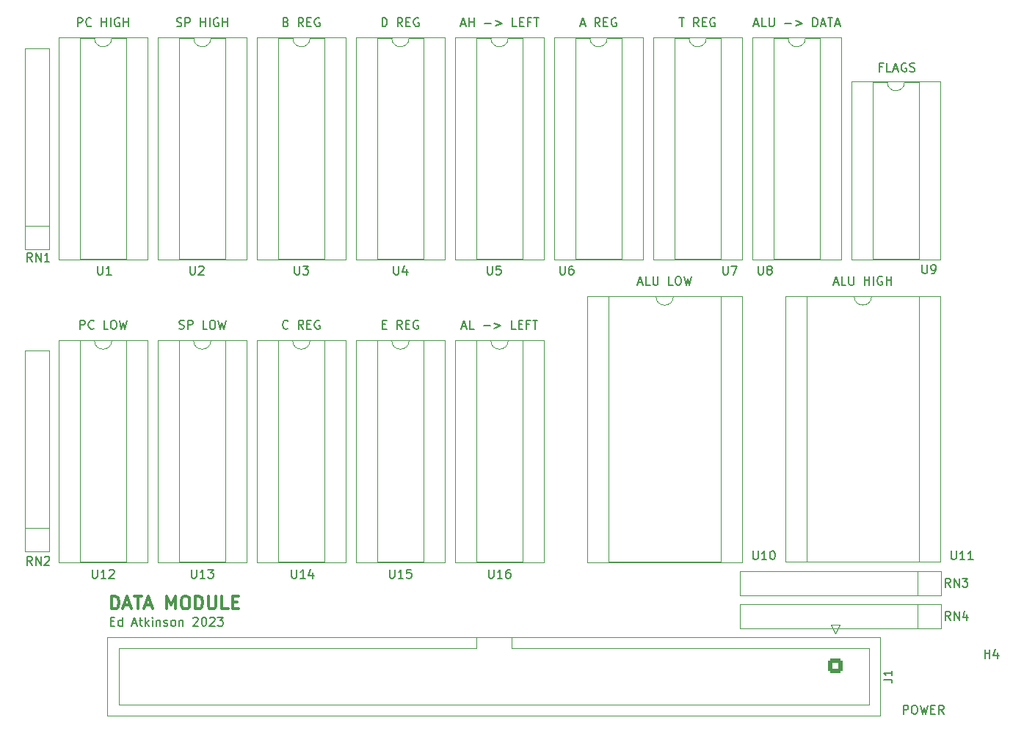
<source format=gbr>
%TF.GenerationSoftware,KiCad,Pcbnew,7.0.1*%
%TF.CreationDate,2023-08-25T15:18:18+01:00*%
%TF.ProjectId,Register_board,52656769-7374-4657-925f-626f6172642e,rev?*%
%TF.SameCoordinates,Original*%
%TF.FileFunction,Legend,Top*%
%TF.FilePolarity,Positive*%
%FSLAX46Y46*%
G04 Gerber Fmt 4.6, Leading zero omitted, Abs format (unit mm)*
G04 Created by KiCad (PCBNEW 7.0.1) date 2023-08-25 15:18:18*
%MOMM*%
%LPD*%
G01*
G04 APERTURE LIST*
G04 Aperture macros list*
%AMRoundRect*
0 Rectangle with rounded corners*
0 $1 Rounding radius*
0 $2 $3 $4 $5 $6 $7 $8 $9 X,Y pos of 4 corners*
0 Add a 4 corners polygon primitive as box body*
4,1,4,$2,$3,$4,$5,$6,$7,$8,$9,$2,$3,0*
0 Add four circle primitives for the rounded corners*
1,1,$1+$1,$2,$3*
1,1,$1+$1,$4,$5*
1,1,$1+$1,$6,$7*
1,1,$1+$1,$8,$9*
0 Add four rect primitives between the rounded corners*
20,1,$1+$1,$2,$3,$4,$5,0*
20,1,$1+$1,$4,$5,$6,$7,0*
20,1,$1+$1,$6,$7,$8,$9,0*
20,1,$1+$1,$8,$9,$2,$3,0*%
G04 Aperture macros list end*
%ADD10C,0.150000*%
%ADD11C,0.300000*%
%ADD12C,0.120000*%
%ADD13R,1.600000X1.600000*%
%ADD14O,1.600000X1.600000*%
%ADD15C,3.500000*%
%ADD16RoundRect,0.250000X-0.600000X0.600000X-0.600000X-0.600000X0.600000X-0.600000X0.600000X0.600000X0*%
%ADD17C,1.700000*%
G04 APERTURE END LIST*
D10*
X158480333Y-50915809D02*
X158147000Y-50915809D01*
X158147000Y-51439619D02*
X158147000Y-50439619D01*
X158147000Y-50439619D02*
X158623190Y-50439619D01*
X159480333Y-51439619D02*
X159004143Y-51439619D01*
X159004143Y-51439619D02*
X159004143Y-50439619D01*
X159766048Y-51153904D02*
X160242238Y-51153904D01*
X159670810Y-51439619D02*
X160004143Y-50439619D01*
X160004143Y-50439619D02*
X160337476Y-51439619D01*
X161194619Y-50487238D02*
X161099381Y-50439619D01*
X161099381Y-50439619D02*
X160956524Y-50439619D01*
X160956524Y-50439619D02*
X160813667Y-50487238D01*
X160813667Y-50487238D02*
X160718429Y-50582476D01*
X160718429Y-50582476D02*
X160670810Y-50677714D01*
X160670810Y-50677714D02*
X160623191Y-50868190D01*
X160623191Y-50868190D02*
X160623191Y-51011047D01*
X160623191Y-51011047D02*
X160670810Y-51201523D01*
X160670810Y-51201523D02*
X160718429Y-51296761D01*
X160718429Y-51296761D02*
X160813667Y-51392000D01*
X160813667Y-51392000D02*
X160956524Y-51439619D01*
X160956524Y-51439619D02*
X161051762Y-51439619D01*
X161051762Y-51439619D02*
X161194619Y-51392000D01*
X161194619Y-51392000D02*
X161242238Y-51344380D01*
X161242238Y-51344380D02*
X161242238Y-51011047D01*
X161242238Y-51011047D02*
X161051762Y-51011047D01*
X161623191Y-51392000D02*
X161766048Y-51439619D01*
X161766048Y-51439619D02*
X162004143Y-51439619D01*
X162004143Y-51439619D02*
X162099381Y-51392000D01*
X162099381Y-51392000D02*
X162147000Y-51344380D01*
X162147000Y-51344380D02*
X162194619Y-51249142D01*
X162194619Y-51249142D02*
X162194619Y-51153904D01*
X162194619Y-51153904D02*
X162147000Y-51058666D01*
X162147000Y-51058666D02*
X162099381Y-51011047D01*
X162099381Y-51011047D02*
X162004143Y-50963428D01*
X162004143Y-50963428D02*
X161813667Y-50915809D01*
X161813667Y-50915809D02*
X161718429Y-50868190D01*
X161718429Y-50868190D02*
X161670810Y-50820571D01*
X161670810Y-50820571D02*
X161623191Y-50725333D01*
X161623191Y-50725333D02*
X161623191Y-50630095D01*
X161623191Y-50630095D02*
X161670810Y-50534857D01*
X161670810Y-50534857D02*
X161718429Y-50487238D01*
X161718429Y-50487238D02*
X161813667Y-50439619D01*
X161813667Y-50439619D02*
X162051762Y-50439619D01*
X162051762Y-50439619D02*
X162194619Y-50487238D01*
X89916190Y-81062380D02*
X89868571Y-81110000D01*
X89868571Y-81110000D02*
X89725714Y-81157619D01*
X89725714Y-81157619D02*
X89630476Y-81157619D01*
X89630476Y-81157619D02*
X89487619Y-81110000D01*
X89487619Y-81110000D02*
X89392381Y-81014761D01*
X89392381Y-81014761D02*
X89344762Y-80919523D01*
X89344762Y-80919523D02*
X89297143Y-80729047D01*
X89297143Y-80729047D02*
X89297143Y-80586190D01*
X89297143Y-80586190D02*
X89344762Y-80395714D01*
X89344762Y-80395714D02*
X89392381Y-80300476D01*
X89392381Y-80300476D02*
X89487619Y-80205238D01*
X89487619Y-80205238D02*
X89630476Y-80157619D01*
X89630476Y-80157619D02*
X89725714Y-80157619D01*
X89725714Y-80157619D02*
X89868571Y-80205238D01*
X89868571Y-80205238D02*
X89916190Y-80252857D01*
X91678095Y-81157619D02*
X91344762Y-80681428D01*
X91106667Y-81157619D02*
X91106667Y-80157619D01*
X91106667Y-80157619D02*
X91487619Y-80157619D01*
X91487619Y-80157619D02*
X91582857Y-80205238D01*
X91582857Y-80205238D02*
X91630476Y-80252857D01*
X91630476Y-80252857D02*
X91678095Y-80348095D01*
X91678095Y-80348095D02*
X91678095Y-80490952D01*
X91678095Y-80490952D02*
X91630476Y-80586190D01*
X91630476Y-80586190D02*
X91582857Y-80633809D01*
X91582857Y-80633809D02*
X91487619Y-80681428D01*
X91487619Y-80681428D02*
X91106667Y-80681428D01*
X92106667Y-80633809D02*
X92440000Y-80633809D01*
X92582857Y-81157619D02*
X92106667Y-81157619D01*
X92106667Y-81157619D02*
X92106667Y-80157619D01*
X92106667Y-80157619D02*
X92582857Y-80157619D01*
X93535238Y-80205238D02*
X93440000Y-80157619D01*
X93440000Y-80157619D02*
X93297143Y-80157619D01*
X93297143Y-80157619D02*
X93154286Y-80205238D01*
X93154286Y-80205238D02*
X93059048Y-80300476D01*
X93059048Y-80300476D02*
X93011429Y-80395714D01*
X93011429Y-80395714D02*
X92963810Y-80586190D01*
X92963810Y-80586190D02*
X92963810Y-80729047D01*
X92963810Y-80729047D02*
X93011429Y-80919523D01*
X93011429Y-80919523D02*
X93059048Y-81014761D01*
X93059048Y-81014761D02*
X93154286Y-81110000D01*
X93154286Y-81110000D02*
X93297143Y-81157619D01*
X93297143Y-81157619D02*
X93392381Y-81157619D01*
X93392381Y-81157619D02*
X93535238Y-81110000D01*
X93535238Y-81110000D02*
X93582857Y-81062380D01*
X93582857Y-81062380D02*
X93582857Y-80729047D01*
X93582857Y-80729047D02*
X93392381Y-80729047D01*
X109990476Y-80871904D02*
X110466666Y-80871904D01*
X109895238Y-81157619D02*
X110228571Y-80157619D01*
X110228571Y-80157619D02*
X110561904Y-81157619D01*
X111371428Y-81157619D02*
X110895238Y-81157619D01*
X110895238Y-81157619D02*
X110895238Y-80157619D01*
X112466667Y-80776666D02*
X113228572Y-80776666D01*
X113704762Y-80490952D02*
X114466667Y-80776666D01*
X114466667Y-80776666D02*
X113704762Y-81062380D01*
X116180952Y-81157619D02*
X115704762Y-81157619D01*
X115704762Y-81157619D02*
X115704762Y-80157619D01*
X116514286Y-80633809D02*
X116847619Y-80633809D01*
X116990476Y-81157619D02*
X116514286Y-81157619D01*
X116514286Y-81157619D02*
X116514286Y-80157619D01*
X116514286Y-80157619D02*
X116990476Y-80157619D01*
X117752381Y-80633809D02*
X117419048Y-80633809D01*
X117419048Y-81157619D02*
X117419048Y-80157619D01*
X117419048Y-80157619D02*
X117895238Y-80157619D01*
X118133334Y-80157619D02*
X118704762Y-80157619D01*
X118419048Y-81157619D02*
X118419048Y-80157619D01*
X100774762Y-46232619D02*
X100774762Y-45232619D01*
X100774762Y-45232619D02*
X101012857Y-45232619D01*
X101012857Y-45232619D02*
X101155714Y-45280238D01*
X101155714Y-45280238D02*
X101250952Y-45375476D01*
X101250952Y-45375476D02*
X101298571Y-45470714D01*
X101298571Y-45470714D02*
X101346190Y-45661190D01*
X101346190Y-45661190D02*
X101346190Y-45804047D01*
X101346190Y-45804047D02*
X101298571Y-45994523D01*
X101298571Y-45994523D02*
X101250952Y-46089761D01*
X101250952Y-46089761D02*
X101155714Y-46185000D01*
X101155714Y-46185000D02*
X101012857Y-46232619D01*
X101012857Y-46232619D02*
X100774762Y-46232619D01*
X103108095Y-46232619D02*
X102774762Y-45756428D01*
X102536667Y-46232619D02*
X102536667Y-45232619D01*
X102536667Y-45232619D02*
X102917619Y-45232619D01*
X102917619Y-45232619D02*
X103012857Y-45280238D01*
X103012857Y-45280238D02*
X103060476Y-45327857D01*
X103060476Y-45327857D02*
X103108095Y-45423095D01*
X103108095Y-45423095D02*
X103108095Y-45565952D01*
X103108095Y-45565952D02*
X103060476Y-45661190D01*
X103060476Y-45661190D02*
X103012857Y-45708809D01*
X103012857Y-45708809D02*
X102917619Y-45756428D01*
X102917619Y-45756428D02*
X102536667Y-45756428D01*
X103536667Y-45708809D02*
X103870000Y-45708809D01*
X104012857Y-46232619D02*
X103536667Y-46232619D01*
X103536667Y-46232619D02*
X103536667Y-45232619D01*
X103536667Y-45232619D02*
X104012857Y-45232619D01*
X104965238Y-45280238D02*
X104870000Y-45232619D01*
X104870000Y-45232619D02*
X104727143Y-45232619D01*
X104727143Y-45232619D02*
X104584286Y-45280238D01*
X104584286Y-45280238D02*
X104489048Y-45375476D01*
X104489048Y-45375476D02*
X104441429Y-45470714D01*
X104441429Y-45470714D02*
X104393810Y-45661190D01*
X104393810Y-45661190D02*
X104393810Y-45804047D01*
X104393810Y-45804047D02*
X104441429Y-45994523D01*
X104441429Y-45994523D02*
X104489048Y-46089761D01*
X104489048Y-46089761D02*
X104584286Y-46185000D01*
X104584286Y-46185000D02*
X104727143Y-46232619D01*
X104727143Y-46232619D02*
X104822381Y-46232619D01*
X104822381Y-46232619D02*
X104965238Y-46185000D01*
X104965238Y-46185000D02*
X105012857Y-46137380D01*
X105012857Y-46137380D02*
X105012857Y-45804047D01*
X105012857Y-45804047D02*
X104822381Y-45804047D01*
X77057619Y-46185000D02*
X77200476Y-46232619D01*
X77200476Y-46232619D02*
X77438571Y-46232619D01*
X77438571Y-46232619D02*
X77533809Y-46185000D01*
X77533809Y-46185000D02*
X77581428Y-46137380D01*
X77581428Y-46137380D02*
X77629047Y-46042142D01*
X77629047Y-46042142D02*
X77629047Y-45946904D01*
X77629047Y-45946904D02*
X77581428Y-45851666D01*
X77581428Y-45851666D02*
X77533809Y-45804047D01*
X77533809Y-45804047D02*
X77438571Y-45756428D01*
X77438571Y-45756428D02*
X77248095Y-45708809D01*
X77248095Y-45708809D02*
X77152857Y-45661190D01*
X77152857Y-45661190D02*
X77105238Y-45613571D01*
X77105238Y-45613571D02*
X77057619Y-45518333D01*
X77057619Y-45518333D02*
X77057619Y-45423095D01*
X77057619Y-45423095D02*
X77105238Y-45327857D01*
X77105238Y-45327857D02*
X77152857Y-45280238D01*
X77152857Y-45280238D02*
X77248095Y-45232619D01*
X77248095Y-45232619D02*
X77486190Y-45232619D01*
X77486190Y-45232619D02*
X77629047Y-45280238D01*
X78057619Y-46232619D02*
X78057619Y-45232619D01*
X78057619Y-45232619D02*
X78438571Y-45232619D01*
X78438571Y-45232619D02*
X78533809Y-45280238D01*
X78533809Y-45280238D02*
X78581428Y-45327857D01*
X78581428Y-45327857D02*
X78629047Y-45423095D01*
X78629047Y-45423095D02*
X78629047Y-45565952D01*
X78629047Y-45565952D02*
X78581428Y-45661190D01*
X78581428Y-45661190D02*
X78533809Y-45708809D01*
X78533809Y-45708809D02*
X78438571Y-45756428D01*
X78438571Y-45756428D02*
X78057619Y-45756428D01*
X79819524Y-46232619D02*
X79819524Y-45232619D01*
X79819524Y-45708809D02*
X80390952Y-45708809D01*
X80390952Y-46232619D02*
X80390952Y-45232619D01*
X80867143Y-46232619D02*
X80867143Y-45232619D01*
X81867142Y-45280238D02*
X81771904Y-45232619D01*
X81771904Y-45232619D02*
X81629047Y-45232619D01*
X81629047Y-45232619D02*
X81486190Y-45280238D01*
X81486190Y-45280238D02*
X81390952Y-45375476D01*
X81390952Y-45375476D02*
X81343333Y-45470714D01*
X81343333Y-45470714D02*
X81295714Y-45661190D01*
X81295714Y-45661190D02*
X81295714Y-45804047D01*
X81295714Y-45804047D02*
X81343333Y-45994523D01*
X81343333Y-45994523D02*
X81390952Y-46089761D01*
X81390952Y-46089761D02*
X81486190Y-46185000D01*
X81486190Y-46185000D02*
X81629047Y-46232619D01*
X81629047Y-46232619D02*
X81724285Y-46232619D01*
X81724285Y-46232619D02*
X81867142Y-46185000D01*
X81867142Y-46185000D02*
X81914761Y-46137380D01*
X81914761Y-46137380D02*
X81914761Y-45804047D01*
X81914761Y-45804047D02*
X81724285Y-45804047D01*
X82343333Y-46232619D02*
X82343333Y-45232619D01*
X82343333Y-45708809D02*
X82914761Y-45708809D01*
X82914761Y-46232619D02*
X82914761Y-45232619D01*
X100822381Y-80633809D02*
X101155714Y-80633809D01*
X101298571Y-81157619D02*
X100822381Y-81157619D01*
X100822381Y-81157619D02*
X100822381Y-80157619D01*
X100822381Y-80157619D02*
X101298571Y-80157619D01*
X103060476Y-81157619D02*
X102727143Y-80681428D01*
X102489048Y-81157619D02*
X102489048Y-80157619D01*
X102489048Y-80157619D02*
X102870000Y-80157619D01*
X102870000Y-80157619D02*
X102965238Y-80205238D01*
X102965238Y-80205238D02*
X103012857Y-80252857D01*
X103012857Y-80252857D02*
X103060476Y-80348095D01*
X103060476Y-80348095D02*
X103060476Y-80490952D01*
X103060476Y-80490952D02*
X103012857Y-80586190D01*
X103012857Y-80586190D02*
X102965238Y-80633809D01*
X102965238Y-80633809D02*
X102870000Y-80681428D01*
X102870000Y-80681428D02*
X102489048Y-80681428D01*
X103489048Y-80633809D02*
X103822381Y-80633809D01*
X103965238Y-81157619D02*
X103489048Y-81157619D01*
X103489048Y-81157619D02*
X103489048Y-80157619D01*
X103489048Y-80157619D02*
X103965238Y-80157619D01*
X104917619Y-80205238D02*
X104822381Y-80157619D01*
X104822381Y-80157619D02*
X104679524Y-80157619D01*
X104679524Y-80157619D02*
X104536667Y-80205238D01*
X104536667Y-80205238D02*
X104441429Y-80300476D01*
X104441429Y-80300476D02*
X104393810Y-80395714D01*
X104393810Y-80395714D02*
X104346191Y-80586190D01*
X104346191Y-80586190D02*
X104346191Y-80729047D01*
X104346191Y-80729047D02*
X104393810Y-80919523D01*
X104393810Y-80919523D02*
X104441429Y-81014761D01*
X104441429Y-81014761D02*
X104536667Y-81110000D01*
X104536667Y-81110000D02*
X104679524Y-81157619D01*
X104679524Y-81157619D02*
X104774762Y-81157619D01*
X104774762Y-81157619D02*
X104917619Y-81110000D01*
X104917619Y-81110000D02*
X104965238Y-81062380D01*
X104965238Y-81062380D02*
X104965238Y-80729047D01*
X104965238Y-80729047D02*
X104774762Y-80729047D01*
X123658571Y-45946904D02*
X124134761Y-45946904D01*
X123563333Y-46232619D02*
X123896666Y-45232619D01*
X123896666Y-45232619D02*
X124229999Y-46232619D01*
X125896666Y-46232619D02*
X125563333Y-45756428D01*
X125325238Y-46232619D02*
X125325238Y-45232619D01*
X125325238Y-45232619D02*
X125706190Y-45232619D01*
X125706190Y-45232619D02*
X125801428Y-45280238D01*
X125801428Y-45280238D02*
X125849047Y-45327857D01*
X125849047Y-45327857D02*
X125896666Y-45423095D01*
X125896666Y-45423095D02*
X125896666Y-45565952D01*
X125896666Y-45565952D02*
X125849047Y-45661190D01*
X125849047Y-45661190D02*
X125801428Y-45708809D01*
X125801428Y-45708809D02*
X125706190Y-45756428D01*
X125706190Y-45756428D02*
X125325238Y-45756428D01*
X126325238Y-45708809D02*
X126658571Y-45708809D01*
X126801428Y-46232619D02*
X126325238Y-46232619D01*
X126325238Y-46232619D02*
X126325238Y-45232619D01*
X126325238Y-45232619D02*
X126801428Y-45232619D01*
X127753809Y-45280238D02*
X127658571Y-45232619D01*
X127658571Y-45232619D02*
X127515714Y-45232619D01*
X127515714Y-45232619D02*
X127372857Y-45280238D01*
X127372857Y-45280238D02*
X127277619Y-45375476D01*
X127277619Y-45375476D02*
X127230000Y-45470714D01*
X127230000Y-45470714D02*
X127182381Y-45661190D01*
X127182381Y-45661190D02*
X127182381Y-45804047D01*
X127182381Y-45804047D02*
X127230000Y-45994523D01*
X127230000Y-45994523D02*
X127277619Y-46089761D01*
X127277619Y-46089761D02*
X127372857Y-46185000D01*
X127372857Y-46185000D02*
X127515714Y-46232619D01*
X127515714Y-46232619D02*
X127610952Y-46232619D01*
X127610952Y-46232619D02*
X127753809Y-46185000D01*
X127753809Y-46185000D02*
X127801428Y-46137380D01*
X127801428Y-46137380D02*
X127801428Y-45804047D01*
X127801428Y-45804047D02*
X127610952Y-45804047D01*
X109871428Y-45946904D02*
X110347618Y-45946904D01*
X109776190Y-46232619D02*
X110109523Y-45232619D01*
X110109523Y-45232619D02*
X110442856Y-46232619D01*
X110776190Y-46232619D02*
X110776190Y-45232619D01*
X110776190Y-45708809D02*
X111347618Y-45708809D01*
X111347618Y-46232619D02*
X111347618Y-45232619D01*
X112585714Y-45851666D02*
X113347619Y-45851666D01*
X113823809Y-45565952D02*
X114585714Y-45851666D01*
X114585714Y-45851666D02*
X113823809Y-46137380D01*
X116299999Y-46232619D02*
X115823809Y-46232619D01*
X115823809Y-46232619D02*
X115823809Y-45232619D01*
X116633333Y-45708809D02*
X116966666Y-45708809D01*
X117109523Y-46232619D02*
X116633333Y-46232619D01*
X116633333Y-46232619D02*
X116633333Y-45232619D01*
X116633333Y-45232619D02*
X117109523Y-45232619D01*
X117871428Y-45708809D02*
X117538095Y-45708809D01*
X117538095Y-46232619D02*
X117538095Y-45232619D01*
X117538095Y-45232619D02*
X118014285Y-45232619D01*
X118252381Y-45232619D02*
X118823809Y-45232619D01*
X118538095Y-46232619D02*
X118538095Y-45232619D01*
D11*
X69572142Y-113481428D02*
X69572142Y-111981428D01*
X69572142Y-111981428D02*
X69929285Y-111981428D01*
X69929285Y-111981428D02*
X70143571Y-112052857D01*
X70143571Y-112052857D02*
X70286428Y-112195714D01*
X70286428Y-112195714D02*
X70357857Y-112338571D01*
X70357857Y-112338571D02*
X70429285Y-112624285D01*
X70429285Y-112624285D02*
X70429285Y-112838571D01*
X70429285Y-112838571D02*
X70357857Y-113124285D01*
X70357857Y-113124285D02*
X70286428Y-113267142D01*
X70286428Y-113267142D02*
X70143571Y-113410000D01*
X70143571Y-113410000D02*
X69929285Y-113481428D01*
X69929285Y-113481428D02*
X69572142Y-113481428D01*
X71000714Y-113052857D02*
X71715000Y-113052857D01*
X70857857Y-113481428D02*
X71357857Y-111981428D01*
X71357857Y-111981428D02*
X71857857Y-113481428D01*
X72143571Y-111981428D02*
X73000714Y-111981428D01*
X72572142Y-113481428D02*
X72572142Y-111981428D01*
X73429285Y-113052857D02*
X74143571Y-113052857D01*
X73286428Y-113481428D02*
X73786428Y-111981428D01*
X73786428Y-111981428D02*
X74286428Y-113481428D01*
X75929284Y-113481428D02*
X75929284Y-111981428D01*
X75929284Y-111981428D02*
X76429284Y-113052857D01*
X76429284Y-113052857D02*
X76929284Y-111981428D01*
X76929284Y-111981428D02*
X76929284Y-113481428D01*
X77929285Y-111981428D02*
X78214999Y-111981428D01*
X78214999Y-111981428D02*
X78357856Y-112052857D01*
X78357856Y-112052857D02*
X78500713Y-112195714D01*
X78500713Y-112195714D02*
X78572142Y-112481428D01*
X78572142Y-112481428D02*
X78572142Y-112981428D01*
X78572142Y-112981428D02*
X78500713Y-113267142D01*
X78500713Y-113267142D02*
X78357856Y-113410000D01*
X78357856Y-113410000D02*
X78214999Y-113481428D01*
X78214999Y-113481428D02*
X77929285Y-113481428D01*
X77929285Y-113481428D02*
X77786428Y-113410000D01*
X77786428Y-113410000D02*
X77643570Y-113267142D01*
X77643570Y-113267142D02*
X77572142Y-112981428D01*
X77572142Y-112981428D02*
X77572142Y-112481428D01*
X77572142Y-112481428D02*
X77643570Y-112195714D01*
X77643570Y-112195714D02*
X77786428Y-112052857D01*
X77786428Y-112052857D02*
X77929285Y-111981428D01*
X79214999Y-113481428D02*
X79214999Y-111981428D01*
X79214999Y-111981428D02*
X79572142Y-111981428D01*
X79572142Y-111981428D02*
X79786428Y-112052857D01*
X79786428Y-112052857D02*
X79929285Y-112195714D01*
X79929285Y-112195714D02*
X80000714Y-112338571D01*
X80000714Y-112338571D02*
X80072142Y-112624285D01*
X80072142Y-112624285D02*
X80072142Y-112838571D01*
X80072142Y-112838571D02*
X80000714Y-113124285D01*
X80000714Y-113124285D02*
X79929285Y-113267142D01*
X79929285Y-113267142D02*
X79786428Y-113410000D01*
X79786428Y-113410000D02*
X79572142Y-113481428D01*
X79572142Y-113481428D02*
X79214999Y-113481428D01*
X80714999Y-111981428D02*
X80714999Y-113195714D01*
X80714999Y-113195714D02*
X80786428Y-113338571D01*
X80786428Y-113338571D02*
X80857857Y-113410000D01*
X80857857Y-113410000D02*
X81000714Y-113481428D01*
X81000714Y-113481428D02*
X81286428Y-113481428D01*
X81286428Y-113481428D02*
X81429285Y-113410000D01*
X81429285Y-113410000D02*
X81500714Y-113338571D01*
X81500714Y-113338571D02*
X81572142Y-113195714D01*
X81572142Y-113195714D02*
X81572142Y-111981428D01*
X83000714Y-113481428D02*
X82286428Y-113481428D01*
X82286428Y-113481428D02*
X82286428Y-111981428D01*
X83500714Y-112695714D02*
X84000714Y-112695714D01*
X84215000Y-113481428D02*
X83500714Y-113481428D01*
X83500714Y-113481428D02*
X83500714Y-111981428D01*
X83500714Y-111981428D02*
X84215000Y-111981428D01*
D10*
X135040952Y-45232619D02*
X135612380Y-45232619D01*
X135326666Y-46232619D02*
X135326666Y-45232619D01*
X137279047Y-46232619D02*
X136945714Y-45756428D01*
X136707619Y-46232619D02*
X136707619Y-45232619D01*
X136707619Y-45232619D02*
X137088571Y-45232619D01*
X137088571Y-45232619D02*
X137183809Y-45280238D01*
X137183809Y-45280238D02*
X137231428Y-45327857D01*
X137231428Y-45327857D02*
X137279047Y-45423095D01*
X137279047Y-45423095D02*
X137279047Y-45565952D01*
X137279047Y-45565952D02*
X137231428Y-45661190D01*
X137231428Y-45661190D02*
X137183809Y-45708809D01*
X137183809Y-45708809D02*
X137088571Y-45756428D01*
X137088571Y-45756428D02*
X136707619Y-45756428D01*
X137707619Y-45708809D02*
X138040952Y-45708809D01*
X138183809Y-46232619D02*
X137707619Y-46232619D01*
X137707619Y-46232619D02*
X137707619Y-45232619D01*
X137707619Y-45232619D02*
X138183809Y-45232619D01*
X139136190Y-45280238D02*
X139040952Y-45232619D01*
X139040952Y-45232619D02*
X138898095Y-45232619D01*
X138898095Y-45232619D02*
X138755238Y-45280238D01*
X138755238Y-45280238D02*
X138660000Y-45375476D01*
X138660000Y-45375476D02*
X138612381Y-45470714D01*
X138612381Y-45470714D02*
X138564762Y-45661190D01*
X138564762Y-45661190D02*
X138564762Y-45804047D01*
X138564762Y-45804047D02*
X138612381Y-45994523D01*
X138612381Y-45994523D02*
X138660000Y-46089761D01*
X138660000Y-46089761D02*
X138755238Y-46185000D01*
X138755238Y-46185000D02*
X138898095Y-46232619D01*
X138898095Y-46232619D02*
X138993333Y-46232619D01*
X138993333Y-46232619D02*
X139136190Y-46185000D01*
X139136190Y-46185000D02*
X139183809Y-46137380D01*
X139183809Y-46137380D02*
X139183809Y-45804047D01*
X139183809Y-45804047D02*
X138993333Y-45804047D01*
X130302381Y-75791904D02*
X130778571Y-75791904D01*
X130207143Y-76077619D02*
X130540476Y-75077619D01*
X130540476Y-75077619D02*
X130873809Y-76077619D01*
X131683333Y-76077619D02*
X131207143Y-76077619D01*
X131207143Y-76077619D02*
X131207143Y-75077619D01*
X132016667Y-75077619D02*
X132016667Y-75887142D01*
X132016667Y-75887142D02*
X132064286Y-75982380D01*
X132064286Y-75982380D02*
X132111905Y-76030000D01*
X132111905Y-76030000D02*
X132207143Y-76077619D01*
X132207143Y-76077619D02*
X132397619Y-76077619D01*
X132397619Y-76077619D02*
X132492857Y-76030000D01*
X132492857Y-76030000D02*
X132540476Y-75982380D01*
X132540476Y-75982380D02*
X132588095Y-75887142D01*
X132588095Y-75887142D02*
X132588095Y-75077619D01*
X134302381Y-76077619D02*
X133826191Y-76077619D01*
X133826191Y-76077619D02*
X133826191Y-75077619D01*
X134826191Y-75077619D02*
X135016667Y-75077619D01*
X135016667Y-75077619D02*
X135111905Y-75125238D01*
X135111905Y-75125238D02*
X135207143Y-75220476D01*
X135207143Y-75220476D02*
X135254762Y-75410952D01*
X135254762Y-75410952D02*
X135254762Y-75744285D01*
X135254762Y-75744285D02*
X135207143Y-75934761D01*
X135207143Y-75934761D02*
X135111905Y-76030000D01*
X135111905Y-76030000D02*
X135016667Y-76077619D01*
X135016667Y-76077619D02*
X134826191Y-76077619D01*
X134826191Y-76077619D02*
X134730953Y-76030000D01*
X134730953Y-76030000D02*
X134635715Y-75934761D01*
X134635715Y-75934761D02*
X134588096Y-75744285D01*
X134588096Y-75744285D02*
X134588096Y-75410952D01*
X134588096Y-75410952D02*
X134635715Y-75220476D01*
X134635715Y-75220476D02*
X134730953Y-75125238D01*
X134730953Y-75125238D02*
X134826191Y-75077619D01*
X135588096Y-75077619D02*
X135826191Y-76077619D01*
X135826191Y-76077619D02*
X136016667Y-75363333D01*
X136016667Y-75363333D02*
X136207143Y-76077619D01*
X136207143Y-76077619D02*
X136445239Y-75077619D01*
X65937143Y-81157619D02*
X65937143Y-80157619D01*
X65937143Y-80157619D02*
X66318095Y-80157619D01*
X66318095Y-80157619D02*
X66413333Y-80205238D01*
X66413333Y-80205238D02*
X66460952Y-80252857D01*
X66460952Y-80252857D02*
X66508571Y-80348095D01*
X66508571Y-80348095D02*
X66508571Y-80490952D01*
X66508571Y-80490952D02*
X66460952Y-80586190D01*
X66460952Y-80586190D02*
X66413333Y-80633809D01*
X66413333Y-80633809D02*
X66318095Y-80681428D01*
X66318095Y-80681428D02*
X65937143Y-80681428D01*
X67508571Y-81062380D02*
X67460952Y-81110000D01*
X67460952Y-81110000D02*
X67318095Y-81157619D01*
X67318095Y-81157619D02*
X67222857Y-81157619D01*
X67222857Y-81157619D02*
X67080000Y-81110000D01*
X67080000Y-81110000D02*
X66984762Y-81014761D01*
X66984762Y-81014761D02*
X66937143Y-80919523D01*
X66937143Y-80919523D02*
X66889524Y-80729047D01*
X66889524Y-80729047D02*
X66889524Y-80586190D01*
X66889524Y-80586190D02*
X66937143Y-80395714D01*
X66937143Y-80395714D02*
X66984762Y-80300476D01*
X66984762Y-80300476D02*
X67080000Y-80205238D01*
X67080000Y-80205238D02*
X67222857Y-80157619D01*
X67222857Y-80157619D02*
X67318095Y-80157619D01*
X67318095Y-80157619D02*
X67460952Y-80205238D01*
X67460952Y-80205238D02*
X67508571Y-80252857D01*
X69175238Y-81157619D02*
X68699048Y-81157619D01*
X68699048Y-81157619D02*
X68699048Y-80157619D01*
X69699048Y-80157619D02*
X69889524Y-80157619D01*
X69889524Y-80157619D02*
X69984762Y-80205238D01*
X69984762Y-80205238D02*
X70080000Y-80300476D01*
X70080000Y-80300476D02*
X70127619Y-80490952D01*
X70127619Y-80490952D02*
X70127619Y-80824285D01*
X70127619Y-80824285D02*
X70080000Y-81014761D01*
X70080000Y-81014761D02*
X69984762Y-81110000D01*
X69984762Y-81110000D02*
X69889524Y-81157619D01*
X69889524Y-81157619D02*
X69699048Y-81157619D01*
X69699048Y-81157619D02*
X69603810Y-81110000D01*
X69603810Y-81110000D02*
X69508572Y-81014761D01*
X69508572Y-81014761D02*
X69460953Y-80824285D01*
X69460953Y-80824285D02*
X69460953Y-80490952D01*
X69460953Y-80490952D02*
X69508572Y-80300476D01*
X69508572Y-80300476D02*
X69603810Y-80205238D01*
X69603810Y-80205238D02*
X69699048Y-80157619D01*
X70460953Y-80157619D02*
X70699048Y-81157619D01*
X70699048Y-81157619D02*
X70889524Y-80443333D01*
X70889524Y-80443333D02*
X71080000Y-81157619D01*
X71080000Y-81157619D02*
X71318096Y-80157619D01*
X89678095Y-45708809D02*
X89820952Y-45756428D01*
X89820952Y-45756428D02*
X89868571Y-45804047D01*
X89868571Y-45804047D02*
X89916190Y-45899285D01*
X89916190Y-45899285D02*
X89916190Y-46042142D01*
X89916190Y-46042142D02*
X89868571Y-46137380D01*
X89868571Y-46137380D02*
X89820952Y-46185000D01*
X89820952Y-46185000D02*
X89725714Y-46232619D01*
X89725714Y-46232619D02*
X89344762Y-46232619D01*
X89344762Y-46232619D02*
X89344762Y-45232619D01*
X89344762Y-45232619D02*
X89678095Y-45232619D01*
X89678095Y-45232619D02*
X89773333Y-45280238D01*
X89773333Y-45280238D02*
X89820952Y-45327857D01*
X89820952Y-45327857D02*
X89868571Y-45423095D01*
X89868571Y-45423095D02*
X89868571Y-45518333D01*
X89868571Y-45518333D02*
X89820952Y-45613571D01*
X89820952Y-45613571D02*
X89773333Y-45661190D01*
X89773333Y-45661190D02*
X89678095Y-45708809D01*
X89678095Y-45708809D02*
X89344762Y-45708809D01*
X91678095Y-46232619D02*
X91344762Y-45756428D01*
X91106667Y-46232619D02*
X91106667Y-45232619D01*
X91106667Y-45232619D02*
X91487619Y-45232619D01*
X91487619Y-45232619D02*
X91582857Y-45280238D01*
X91582857Y-45280238D02*
X91630476Y-45327857D01*
X91630476Y-45327857D02*
X91678095Y-45423095D01*
X91678095Y-45423095D02*
X91678095Y-45565952D01*
X91678095Y-45565952D02*
X91630476Y-45661190D01*
X91630476Y-45661190D02*
X91582857Y-45708809D01*
X91582857Y-45708809D02*
X91487619Y-45756428D01*
X91487619Y-45756428D02*
X91106667Y-45756428D01*
X92106667Y-45708809D02*
X92440000Y-45708809D01*
X92582857Y-46232619D02*
X92106667Y-46232619D01*
X92106667Y-46232619D02*
X92106667Y-45232619D01*
X92106667Y-45232619D02*
X92582857Y-45232619D01*
X93535238Y-45280238D02*
X93440000Y-45232619D01*
X93440000Y-45232619D02*
X93297143Y-45232619D01*
X93297143Y-45232619D02*
X93154286Y-45280238D01*
X93154286Y-45280238D02*
X93059048Y-45375476D01*
X93059048Y-45375476D02*
X93011429Y-45470714D01*
X93011429Y-45470714D02*
X92963810Y-45661190D01*
X92963810Y-45661190D02*
X92963810Y-45804047D01*
X92963810Y-45804047D02*
X93011429Y-45994523D01*
X93011429Y-45994523D02*
X93059048Y-46089761D01*
X93059048Y-46089761D02*
X93154286Y-46185000D01*
X93154286Y-46185000D02*
X93297143Y-46232619D01*
X93297143Y-46232619D02*
X93392381Y-46232619D01*
X93392381Y-46232619D02*
X93535238Y-46185000D01*
X93535238Y-46185000D02*
X93582857Y-46137380D01*
X93582857Y-46137380D02*
X93582857Y-45804047D01*
X93582857Y-45804047D02*
X93392381Y-45804047D01*
X65651429Y-46232619D02*
X65651429Y-45232619D01*
X65651429Y-45232619D02*
X66032381Y-45232619D01*
X66032381Y-45232619D02*
X66127619Y-45280238D01*
X66127619Y-45280238D02*
X66175238Y-45327857D01*
X66175238Y-45327857D02*
X66222857Y-45423095D01*
X66222857Y-45423095D02*
X66222857Y-45565952D01*
X66222857Y-45565952D02*
X66175238Y-45661190D01*
X66175238Y-45661190D02*
X66127619Y-45708809D01*
X66127619Y-45708809D02*
X66032381Y-45756428D01*
X66032381Y-45756428D02*
X65651429Y-45756428D01*
X67222857Y-46137380D02*
X67175238Y-46185000D01*
X67175238Y-46185000D02*
X67032381Y-46232619D01*
X67032381Y-46232619D02*
X66937143Y-46232619D01*
X66937143Y-46232619D02*
X66794286Y-46185000D01*
X66794286Y-46185000D02*
X66699048Y-46089761D01*
X66699048Y-46089761D02*
X66651429Y-45994523D01*
X66651429Y-45994523D02*
X66603810Y-45804047D01*
X66603810Y-45804047D02*
X66603810Y-45661190D01*
X66603810Y-45661190D02*
X66651429Y-45470714D01*
X66651429Y-45470714D02*
X66699048Y-45375476D01*
X66699048Y-45375476D02*
X66794286Y-45280238D01*
X66794286Y-45280238D02*
X66937143Y-45232619D01*
X66937143Y-45232619D02*
X67032381Y-45232619D01*
X67032381Y-45232619D02*
X67175238Y-45280238D01*
X67175238Y-45280238D02*
X67222857Y-45327857D01*
X68413334Y-46232619D02*
X68413334Y-45232619D01*
X68413334Y-45708809D02*
X68984762Y-45708809D01*
X68984762Y-46232619D02*
X68984762Y-45232619D01*
X69460953Y-46232619D02*
X69460953Y-45232619D01*
X70460952Y-45280238D02*
X70365714Y-45232619D01*
X70365714Y-45232619D02*
X70222857Y-45232619D01*
X70222857Y-45232619D02*
X70080000Y-45280238D01*
X70080000Y-45280238D02*
X69984762Y-45375476D01*
X69984762Y-45375476D02*
X69937143Y-45470714D01*
X69937143Y-45470714D02*
X69889524Y-45661190D01*
X69889524Y-45661190D02*
X69889524Y-45804047D01*
X69889524Y-45804047D02*
X69937143Y-45994523D01*
X69937143Y-45994523D02*
X69984762Y-46089761D01*
X69984762Y-46089761D02*
X70080000Y-46185000D01*
X70080000Y-46185000D02*
X70222857Y-46232619D01*
X70222857Y-46232619D02*
X70318095Y-46232619D01*
X70318095Y-46232619D02*
X70460952Y-46185000D01*
X70460952Y-46185000D02*
X70508571Y-46137380D01*
X70508571Y-46137380D02*
X70508571Y-45804047D01*
X70508571Y-45804047D02*
X70318095Y-45804047D01*
X70937143Y-46232619D02*
X70937143Y-45232619D01*
X70937143Y-45708809D02*
X71508571Y-45708809D01*
X71508571Y-46232619D02*
X71508571Y-45232619D01*
X77343333Y-81110000D02*
X77486190Y-81157619D01*
X77486190Y-81157619D02*
X77724285Y-81157619D01*
X77724285Y-81157619D02*
X77819523Y-81110000D01*
X77819523Y-81110000D02*
X77867142Y-81062380D01*
X77867142Y-81062380D02*
X77914761Y-80967142D01*
X77914761Y-80967142D02*
X77914761Y-80871904D01*
X77914761Y-80871904D02*
X77867142Y-80776666D01*
X77867142Y-80776666D02*
X77819523Y-80729047D01*
X77819523Y-80729047D02*
X77724285Y-80681428D01*
X77724285Y-80681428D02*
X77533809Y-80633809D01*
X77533809Y-80633809D02*
X77438571Y-80586190D01*
X77438571Y-80586190D02*
X77390952Y-80538571D01*
X77390952Y-80538571D02*
X77343333Y-80443333D01*
X77343333Y-80443333D02*
X77343333Y-80348095D01*
X77343333Y-80348095D02*
X77390952Y-80252857D01*
X77390952Y-80252857D02*
X77438571Y-80205238D01*
X77438571Y-80205238D02*
X77533809Y-80157619D01*
X77533809Y-80157619D02*
X77771904Y-80157619D01*
X77771904Y-80157619D02*
X77914761Y-80205238D01*
X78343333Y-81157619D02*
X78343333Y-80157619D01*
X78343333Y-80157619D02*
X78724285Y-80157619D01*
X78724285Y-80157619D02*
X78819523Y-80205238D01*
X78819523Y-80205238D02*
X78867142Y-80252857D01*
X78867142Y-80252857D02*
X78914761Y-80348095D01*
X78914761Y-80348095D02*
X78914761Y-80490952D01*
X78914761Y-80490952D02*
X78867142Y-80586190D01*
X78867142Y-80586190D02*
X78819523Y-80633809D01*
X78819523Y-80633809D02*
X78724285Y-80681428D01*
X78724285Y-80681428D02*
X78343333Y-80681428D01*
X80581428Y-81157619D02*
X80105238Y-81157619D01*
X80105238Y-81157619D02*
X80105238Y-80157619D01*
X81105238Y-80157619D02*
X81295714Y-80157619D01*
X81295714Y-80157619D02*
X81390952Y-80205238D01*
X81390952Y-80205238D02*
X81486190Y-80300476D01*
X81486190Y-80300476D02*
X81533809Y-80490952D01*
X81533809Y-80490952D02*
X81533809Y-80824285D01*
X81533809Y-80824285D02*
X81486190Y-81014761D01*
X81486190Y-81014761D02*
X81390952Y-81110000D01*
X81390952Y-81110000D02*
X81295714Y-81157619D01*
X81295714Y-81157619D02*
X81105238Y-81157619D01*
X81105238Y-81157619D02*
X81010000Y-81110000D01*
X81010000Y-81110000D02*
X80914762Y-81014761D01*
X80914762Y-81014761D02*
X80867143Y-80824285D01*
X80867143Y-80824285D02*
X80867143Y-80490952D01*
X80867143Y-80490952D02*
X80914762Y-80300476D01*
X80914762Y-80300476D02*
X81010000Y-80205238D01*
X81010000Y-80205238D02*
X81105238Y-80157619D01*
X81867143Y-80157619D02*
X82105238Y-81157619D01*
X82105238Y-81157619D02*
X82295714Y-80443333D01*
X82295714Y-80443333D02*
X82486190Y-81157619D01*
X82486190Y-81157619D02*
X82724286Y-80157619D01*
X69453095Y-114923809D02*
X69786428Y-114923809D01*
X69929285Y-115447619D02*
X69453095Y-115447619D01*
X69453095Y-115447619D02*
X69453095Y-114447619D01*
X69453095Y-114447619D02*
X69929285Y-114447619D01*
X70786428Y-115447619D02*
X70786428Y-114447619D01*
X70786428Y-115400000D02*
X70691190Y-115447619D01*
X70691190Y-115447619D02*
X70500714Y-115447619D01*
X70500714Y-115447619D02*
X70405476Y-115400000D01*
X70405476Y-115400000D02*
X70357857Y-115352380D01*
X70357857Y-115352380D02*
X70310238Y-115257142D01*
X70310238Y-115257142D02*
X70310238Y-114971428D01*
X70310238Y-114971428D02*
X70357857Y-114876190D01*
X70357857Y-114876190D02*
X70405476Y-114828571D01*
X70405476Y-114828571D02*
X70500714Y-114780952D01*
X70500714Y-114780952D02*
X70691190Y-114780952D01*
X70691190Y-114780952D02*
X70786428Y-114828571D01*
X71976905Y-115161904D02*
X72453095Y-115161904D01*
X71881667Y-115447619D02*
X72215000Y-114447619D01*
X72215000Y-114447619D02*
X72548333Y-115447619D01*
X72738810Y-114780952D02*
X73119762Y-114780952D01*
X72881667Y-114447619D02*
X72881667Y-115304761D01*
X72881667Y-115304761D02*
X72929286Y-115400000D01*
X72929286Y-115400000D02*
X73024524Y-115447619D01*
X73024524Y-115447619D02*
X73119762Y-115447619D01*
X73453096Y-115447619D02*
X73453096Y-114447619D01*
X73548334Y-115066666D02*
X73834048Y-115447619D01*
X73834048Y-114780952D02*
X73453096Y-115161904D01*
X74262620Y-115447619D02*
X74262620Y-114780952D01*
X74262620Y-114447619D02*
X74215001Y-114495238D01*
X74215001Y-114495238D02*
X74262620Y-114542857D01*
X74262620Y-114542857D02*
X74310239Y-114495238D01*
X74310239Y-114495238D02*
X74262620Y-114447619D01*
X74262620Y-114447619D02*
X74262620Y-114542857D01*
X74738810Y-114780952D02*
X74738810Y-115447619D01*
X74738810Y-114876190D02*
X74786429Y-114828571D01*
X74786429Y-114828571D02*
X74881667Y-114780952D01*
X74881667Y-114780952D02*
X75024524Y-114780952D01*
X75024524Y-114780952D02*
X75119762Y-114828571D01*
X75119762Y-114828571D02*
X75167381Y-114923809D01*
X75167381Y-114923809D02*
X75167381Y-115447619D01*
X75595953Y-115400000D02*
X75691191Y-115447619D01*
X75691191Y-115447619D02*
X75881667Y-115447619D01*
X75881667Y-115447619D02*
X75976905Y-115400000D01*
X75976905Y-115400000D02*
X76024524Y-115304761D01*
X76024524Y-115304761D02*
X76024524Y-115257142D01*
X76024524Y-115257142D02*
X75976905Y-115161904D01*
X75976905Y-115161904D02*
X75881667Y-115114285D01*
X75881667Y-115114285D02*
X75738810Y-115114285D01*
X75738810Y-115114285D02*
X75643572Y-115066666D01*
X75643572Y-115066666D02*
X75595953Y-114971428D01*
X75595953Y-114971428D02*
X75595953Y-114923809D01*
X75595953Y-114923809D02*
X75643572Y-114828571D01*
X75643572Y-114828571D02*
X75738810Y-114780952D01*
X75738810Y-114780952D02*
X75881667Y-114780952D01*
X75881667Y-114780952D02*
X75976905Y-114828571D01*
X76595953Y-115447619D02*
X76500715Y-115400000D01*
X76500715Y-115400000D02*
X76453096Y-115352380D01*
X76453096Y-115352380D02*
X76405477Y-115257142D01*
X76405477Y-115257142D02*
X76405477Y-114971428D01*
X76405477Y-114971428D02*
X76453096Y-114876190D01*
X76453096Y-114876190D02*
X76500715Y-114828571D01*
X76500715Y-114828571D02*
X76595953Y-114780952D01*
X76595953Y-114780952D02*
X76738810Y-114780952D01*
X76738810Y-114780952D02*
X76834048Y-114828571D01*
X76834048Y-114828571D02*
X76881667Y-114876190D01*
X76881667Y-114876190D02*
X76929286Y-114971428D01*
X76929286Y-114971428D02*
X76929286Y-115257142D01*
X76929286Y-115257142D02*
X76881667Y-115352380D01*
X76881667Y-115352380D02*
X76834048Y-115400000D01*
X76834048Y-115400000D02*
X76738810Y-115447619D01*
X76738810Y-115447619D02*
X76595953Y-115447619D01*
X77357858Y-114780952D02*
X77357858Y-115447619D01*
X77357858Y-114876190D02*
X77405477Y-114828571D01*
X77405477Y-114828571D02*
X77500715Y-114780952D01*
X77500715Y-114780952D02*
X77643572Y-114780952D01*
X77643572Y-114780952D02*
X77738810Y-114828571D01*
X77738810Y-114828571D02*
X77786429Y-114923809D01*
X77786429Y-114923809D02*
X77786429Y-115447619D01*
X78976906Y-114542857D02*
X79024525Y-114495238D01*
X79024525Y-114495238D02*
X79119763Y-114447619D01*
X79119763Y-114447619D02*
X79357858Y-114447619D01*
X79357858Y-114447619D02*
X79453096Y-114495238D01*
X79453096Y-114495238D02*
X79500715Y-114542857D01*
X79500715Y-114542857D02*
X79548334Y-114638095D01*
X79548334Y-114638095D02*
X79548334Y-114733333D01*
X79548334Y-114733333D02*
X79500715Y-114876190D01*
X79500715Y-114876190D02*
X78929287Y-115447619D01*
X78929287Y-115447619D02*
X79548334Y-115447619D01*
X80167382Y-114447619D02*
X80262620Y-114447619D01*
X80262620Y-114447619D02*
X80357858Y-114495238D01*
X80357858Y-114495238D02*
X80405477Y-114542857D01*
X80405477Y-114542857D02*
X80453096Y-114638095D01*
X80453096Y-114638095D02*
X80500715Y-114828571D01*
X80500715Y-114828571D02*
X80500715Y-115066666D01*
X80500715Y-115066666D02*
X80453096Y-115257142D01*
X80453096Y-115257142D02*
X80405477Y-115352380D01*
X80405477Y-115352380D02*
X80357858Y-115400000D01*
X80357858Y-115400000D02*
X80262620Y-115447619D01*
X80262620Y-115447619D02*
X80167382Y-115447619D01*
X80167382Y-115447619D02*
X80072144Y-115400000D01*
X80072144Y-115400000D02*
X80024525Y-115352380D01*
X80024525Y-115352380D02*
X79976906Y-115257142D01*
X79976906Y-115257142D02*
X79929287Y-115066666D01*
X79929287Y-115066666D02*
X79929287Y-114828571D01*
X79929287Y-114828571D02*
X79976906Y-114638095D01*
X79976906Y-114638095D02*
X80024525Y-114542857D01*
X80024525Y-114542857D02*
X80072144Y-114495238D01*
X80072144Y-114495238D02*
X80167382Y-114447619D01*
X80881668Y-114542857D02*
X80929287Y-114495238D01*
X80929287Y-114495238D02*
X81024525Y-114447619D01*
X81024525Y-114447619D02*
X81262620Y-114447619D01*
X81262620Y-114447619D02*
X81357858Y-114495238D01*
X81357858Y-114495238D02*
X81405477Y-114542857D01*
X81405477Y-114542857D02*
X81453096Y-114638095D01*
X81453096Y-114638095D02*
X81453096Y-114733333D01*
X81453096Y-114733333D02*
X81405477Y-114876190D01*
X81405477Y-114876190D02*
X80834049Y-115447619D01*
X80834049Y-115447619D02*
X81453096Y-115447619D01*
X81786430Y-114447619D02*
X82405477Y-114447619D01*
X82405477Y-114447619D02*
X82072144Y-114828571D01*
X82072144Y-114828571D02*
X82215001Y-114828571D01*
X82215001Y-114828571D02*
X82310239Y-114876190D01*
X82310239Y-114876190D02*
X82357858Y-114923809D01*
X82357858Y-114923809D02*
X82405477Y-115019047D01*
X82405477Y-115019047D02*
X82405477Y-115257142D01*
X82405477Y-115257142D02*
X82357858Y-115352380D01*
X82357858Y-115352380D02*
X82310239Y-115400000D01*
X82310239Y-115400000D02*
X82215001Y-115447619D01*
X82215001Y-115447619D02*
X81929287Y-115447619D01*
X81929287Y-115447619D02*
X81834049Y-115400000D01*
X81834049Y-115400000D02*
X81786430Y-115352380D01*
X152876667Y-75791904D02*
X153352857Y-75791904D01*
X152781429Y-76077619D02*
X153114762Y-75077619D01*
X153114762Y-75077619D02*
X153448095Y-76077619D01*
X154257619Y-76077619D02*
X153781429Y-76077619D01*
X153781429Y-76077619D02*
X153781429Y-75077619D01*
X154590953Y-75077619D02*
X154590953Y-75887142D01*
X154590953Y-75887142D02*
X154638572Y-75982380D01*
X154638572Y-75982380D02*
X154686191Y-76030000D01*
X154686191Y-76030000D02*
X154781429Y-76077619D01*
X154781429Y-76077619D02*
X154971905Y-76077619D01*
X154971905Y-76077619D02*
X155067143Y-76030000D01*
X155067143Y-76030000D02*
X155114762Y-75982380D01*
X155114762Y-75982380D02*
X155162381Y-75887142D01*
X155162381Y-75887142D02*
X155162381Y-75077619D01*
X156400477Y-76077619D02*
X156400477Y-75077619D01*
X156400477Y-75553809D02*
X156971905Y-75553809D01*
X156971905Y-76077619D02*
X156971905Y-75077619D01*
X157448096Y-76077619D02*
X157448096Y-75077619D01*
X158448095Y-75125238D02*
X158352857Y-75077619D01*
X158352857Y-75077619D02*
X158210000Y-75077619D01*
X158210000Y-75077619D02*
X158067143Y-75125238D01*
X158067143Y-75125238D02*
X157971905Y-75220476D01*
X157971905Y-75220476D02*
X157924286Y-75315714D01*
X157924286Y-75315714D02*
X157876667Y-75506190D01*
X157876667Y-75506190D02*
X157876667Y-75649047D01*
X157876667Y-75649047D02*
X157924286Y-75839523D01*
X157924286Y-75839523D02*
X157971905Y-75934761D01*
X157971905Y-75934761D02*
X158067143Y-76030000D01*
X158067143Y-76030000D02*
X158210000Y-76077619D01*
X158210000Y-76077619D02*
X158305238Y-76077619D01*
X158305238Y-76077619D02*
X158448095Y-76030000D01*
X158448095Y-76030000D02*
X158495714Y-75982380D01*
X158495714Y-75982380D02*
X158495714Y-75649047D01*
X158495714Y-75649047D02*
X158305238Y-75649047D01*
X158924286Y-76077619D02*
X158924286Y-75077619D01*
X158924286Y-75553809D02*
X159495714Y-75553809D01*
X159495714Y-76077619D02*
X159495714Y-75077619D01*
X160885476Y-125607619D02*
X160885476Y-124607619D01*
X160885476Y-124607619D02*
X161266428Y-124607619D01*
X161266428Y-124607619D02*
X161361666Y-124655238D01*
X161361666Y-124655238D02*
X161409285Y-124702857D01*
X161409285Y-124702857D02*
X161456904Y-124798095D01*
X161456904Y-124798095D02*
X161456904Y-124940952D01*
X161456904Y-124940952D02*
X161409285Y-125036190D01*
X161409285Y-125036190D02*
X161361666Y-125083809D01*
X161361666Y-125083809D02*
X161266428Y-125131428D01*
X161266428Y-125131428D02*
X160885476Y-125131428D01*
X162075952Y-124607619D02*
X162266428Y-124607619D01*
X162266428Y-124607619D02*
X162361666Y-124655238D01*
X162361666Y-124655238D02*
X162456904Y-124750476D01*
X162456904Y-124750476D02*
X162504523Y-124940952D01*
X162504523Y-124940952D02*
X162504523Y-125274285D01*
X162504523Y-125274285D02*
X162456904Y-125464761D01*
X162456904Y-125464761D02*
X162361666Y-125560000D01*
X162361666Y-125560000D02*
X162266428Y-125607619D01*
X162266428Y-125607619D02*
X162075952Y-125607619D01*
X162075952Y-125607619D02*
X161980714Y-125560000D01*
X161980714Y-125560000D02*
X161885476Y-125464761D01*
X161885476Y-125464761D02*
X161837857Y-125274285D01*
X161837857Y-125274285D02*
X161837857Y-124940952D01*
X161837857Y-124940952D02*
X161885476Y-124750476D01*
X161885476Y-124750476D02*
X161980714Y-124655238D01*
X161980714Y-124655238D02*
X162075952Y-124607619D01*
X162837857Y-124607619D02*
X163075952Y-125607619D01*
X163075952Y-125607619D02*
X163266428Y-124893333D01*
X163266428Y-124893333D02*
X163456904Y-125607619D01*
X163456904Y-125607619D02*
X163695000Y-124607619D01*
X164075952Y-125083809D02*
X164409285Y-125083809D01*
X164552142Y-125607619D02*
X164075952Y-125607619D01*
X164075952Y-125607619D02*
X164075952Y-124607619D01*
X164075952Y-124607619D02*
X164552142Y-124607619D01*
X165552142Y-125607619D02*
X165218809Y-125131428D01*
X164980714Y-125607619D02*
X164980714Y-124607619D01*
X164980714Y-124607619D02*
X165361666Y-124607619D01*
X165361666Y-124607619D02*
X165456904Y-124655238D01*
X165456904Y-124655238D02*
X165504523Y-124702857D01*
X165504523Y-124702857D02*
X165552142Y-124798095D01*
X165552142Y-124798095D02*
X165552142Y-124940952D01*
X165552142Y-124940952D02*
X165504523Y-125036190D01*
X165504523Y-125036190D02*
X165456904Y-125083809D01*
X165456904Y-125083809D02*
X165361666Y-125131428D01*
X165361666Y-125131428D02*
X164980714Y-125131428D01*
X143685238Y-45946904D02*
X144161428Y-45946904D01*
X143590000Y-46232619D02*
X143923333Y-45232619D01*
X143923333Y-45232619D02*
X144256666Y-46232619D01*
X145066190Y-46232619D02*
X144590000Y-46232619D01*
X144590000Y-46232619D02*
X144590000Y-45232619D01*
X145399524Y-45232619D02*
X145399524Y-46042142D01*
X145399524Y-46042142D02*
X145447143Y-46137380D01*
X145447143Y-46137380D02*
X145494762Y-46185000D01*
X145494762Y-46185000D02*
X145590000Y-46232619D01*
X145590000Y-46232619D02*
X145780476Y-46232619D01*
X145780476Y-46232619D02*
X145875714Y-46185000D01*
X145875714Y-46185000D02*
X145923333Y-46137380D01*
X145923333Y-46137380D02*
X145970952Y-46042142D01*
X145970952Y-46042142D02*
X145970952Y-45232619D01*
X147209048Y-45851666D02*
X147970953Y-45851666D01*
X148447143Y-45565952D02*
X149209048Y-45851666D01*
X149209048Y-45851666D02*
X148447143Y-46137380D01*
X150447143Y-46232619D02*
X150447143Y-45232619D01*
X150447143Y-45232619D02*
X150685238Y-45232619D01*
X150685238Y-45232619D02*
X150828095Y-45280238D01*
X150828095Y-45280238D02*
X150923333Y-45375476D01*
X150923333Y-45375476D02*
X150970952Y-45470714D01*
X150970952Y-45470714D02*
X151018571Y-45661190D01*
X151018571Y-45661190D02*
X151018571Y-45804047D01*
X151018571Y-45804047D02*
X150970952Y-45994523D01*
X150970952Y-45994523D02*
X150923333Y-46089761D01*
X150923333Y-46089761D02*
X150828095Y-46185000D01*
X150828095Y-46185000D02*
X150685238Y-46232619D01*
X150685238Y-46232619D02*
X150447143Y-46232619D01*
X151399524Y-45946904D02*
X151875714Y-45946904D01*
X151304286Y-46232619D02*
X151637619Y-45232619D01*
X151637619Y-45232619D02*
X151970952Y-46232619D01*
X152161429Y-45232619D02*
X152732857Y-45232619D01*
X152447143Y-46232619D02*
X152447143Y-45232619D01*
X153018572Y-45946904D02*
X153494762Y-45946904D01*
X152923334Y-46232619D02*
X153256667Y-45232619D01*
X153256667Y-45232619D02*
X153590000Y-46232619D01*
%TO.C,U11*%
X166401905Y-106777619D02*
X166401905Y-107587142D01*
X166401905Y-107587142D02*
X166449524Y-107682380D01*
X166449524Y-107682380D02*
X166497143Y-107730000D01*
X166497143Y-107730000D02*
X166592381Y-107777619D01*
X166592381Y-107777619D02*
X166782857Y-107777619D01*
X166782857Y-107777619D02*
X166878095Y-107730000D01*
X166878095Y-107730000D02*
X166925714Y-107682380D01*
X166925714Y-107682380D02*
X166973333Y-107587142D01*
X166973333Y-107587142D02*
X166973333Y-106777619D01*
X167973333Y-107777619D02*
X167401905Y-107777619D01*
X167687619Y-107777619D02*
X167687619Y-106777619D01*
X167687619Y-106777619D02*
X167592381Y-106920476D01*
X167592381Y-106920476D02*
X167497143Y-107015714D01*
X167497143Y-107015714D02*
X167401905Y-107063333D01*
X168925714Y-107777619D02*
X168354286Y-107777619D01*
X168640000Y-107777619D02*
X168640000Y-106777619D01*
X168640000Y-106777619D02*
X168544762Y-106920476D01*
X168544762Y-106920476D02*
X168449524Y-107015714D01*
X168449524Y-107015714D02*
X168354286Y-107063333D01*
%TO.C,U1*%
X67945095Y-73884619D02*
X67945095Y-74694142D01*
X67945095Y-74694142D02*
X67992714Y-74789380D01*
X67992714Y-74789380D02*
X68040333Y-74837000D01*
X68040333Y-74837000D02*
X68135571Y-74884619D01*
X68135571Y-74884619D02*
X68326047Y-74884619D01*
X68326047Y-74884619D02*
X68421285Y-74837000D01*
X68421285Y-74837000D02*
X68468904Y-74789380D01*
X68468904Y-74789380D02*
X68516523Y-74694142D01*
X68516523Y-74694142D02*
X68516523Y-73884619D01*
X69516523Y-74884619D02*
X68945095Y-74884619D01*
X69230809Y-74884619D02*
X69230809Y-73884619D01*
X69230809Y-73884619D02*
X69135571Y-74027476D01*
X69135571Y-74027476D02*
X69040333Y-74122714D01*
X69040333Y-74122714D02*
X68945095Y-74170333D01*
%TO.C,U15*%
X101631905Y-108936619D02*
X101631905Y-109746142D01*
X101631905Y-109746142D02*
X101679524Y-109841380D01*
X101679524Y-109841380D02*
X101727143Y-109889000D01*
X101727143Y-109889000D02*
X101822381Y-109936619D01*
X101822381Y-109936619D02*
X102012857Y-109936619D01*
X102012857Y-109936619D02*
X102108095Y-109889000D01*
X102108095Y-109889000D02*
X102155714Y-109841380D01*
X102155714Y-109841380D02*
X102203333Y-109746142D01*
X102203333Y-109746142D02*
X102203333Y-108936619D01*
X103203333Y-109936619D02*
X102631905Y-109936619D01*
X102917619Y-109936619D02*
X102917619Y-108936619D01*
X102917619Y-108936619D02*
X102822381Y-109079476D01*
X102822381Y-109079476D02*
X102727143Y-109174714D01*
X102727143Y-109174714D02*
X102631905Y-109222333D01*
X104108095Y-108936619D02*
X103631905Y-108936619D01*
X103631905Y-108936619D02*
X103584286Y-109412809D01*
X103584286Y-109412809D02*
X103631905Y-109365190D01*
X103631905Y-109365190D02*
X103727143Y-109317571D01*
X103727143Y-109317571D02*
X103965238Y-109317571D01*
X103965238Y-109317571D02*
X104060476Y-109365190D01*
X104060476Y-109365190D02*
X104108095Y-109412809D01*
X104108095Y-109412809D02*
X104155714Y-109508047D01*
X104155714Y-109508047D02*
X104155714Y-109746142D01*
X104155714Y-109746142D02*
X104108095Y-109841380D01*
X104108095Y-109841380D02*
X104060476Y-109889000D01*
X104060476Y-109889000D02*
X103965238Y-109936619D01*
X103965238Y-109936619D02*
X103727143Y-109936619D01*
X103727143Y-109936619D02*
X103631905Y-109889000D01*
X103631905Y-109889000D02*
X103584286Y-109841380D01*
%TO.C,RN4*%
X166314523Y-114762619D02*
X165981190Y-114286428D01*
X165743095Y-114762619D02*
X165743095Y-113762619D01*
X165743095Y-113762619D02*
X166124047Y-113762619D01*
X166124047Y-113762619D02*
X166219285Y-113810238D01*
X166219285Y-113810238D02*
X166266904Y-113857857D01*
X166266904Y-113857857D02*
X166314523Y-113953095D01*
X166314523Y-113953095D02*
X166314523Y-114095952D01*
X166314523Y-114095952D02*
X166266904Y-114191190D01*
X166266904Y-114191190D02*
X166219285Y-114238809D01*
X166219285Y-114238809D02*
X166124047Y-114286428D01*
X166124047Y-114286428D02*
X165743095Y-114286428D01*
X166743095Y-114762619D02*
X166743095Y-113762619D01*
X166743095Y-113762619D02*
X167314523Y-114762619D01*
X167314523Y-114762619D02*
X167314523Y-113762619D01*
X168219285Y-114095952D02*
X168219285Y-114762619D01*
X167981190Y-113715000D02*
X167743095Y-114429285D01*
X167743095Y-114429285D02*
X168362142Y-114429285D01*
%TO.C,U12*%
X67341905Y-108936619D02*
X67341905Y-109746142D01*
X67341905Y-109746142D02*
X67389524Y-109841380D01*
X67389524Y-109841380D02*
X67437143Y-109889000D01*
X67437143Y-109889000D02*
X67532381Y-109936619D01*
X67532381Y-109936619D02*
X67722857Y-109936619D01*
X67722857Y-109936619D02*
X67818095Y-109889000D01*
X67818095Y-109889000D02*
X67865714Y-109841380D01*
X67865714Y-109841380D02*
X67913333Y-109746142D01*
X67913333Y-109746142D02*
X67913333Y-108936619D01*
X68913333Y-109936619D02*
X68341905Y-109936619D01*
X68627619Y-109936619D02*
X68627619Y-108936619D01*
X68627619Y-108936619D02*
X68532381Y-109079476D01*
X68532381Y-109079476D02*
X68437143Y-109174714D01*
X68437143Y-109174714D02*
X68341905Y-109222333D01*
X69294286Y-109031857D02*
X69341905Y-108984238D01*
X69341905Y-108984238D02*
X69437143Y-108936619D01*
X69437143Y-108936619D02*
X69675238Y-108936619D01*
X69675238Y-108936619D02*
X69770476Y-108984238D01*
X69770476Y-108984238D02*
X69818095Y-109031857D01*
X69818095Y-109031857D02*
X69865714Y-109127095D01*
X69865714Y-109127095D02*
X69865714Y-109222333D01*
X69865714Y-109222333D02*
X69818095Y-109365190D01*
X69818095Y-109365190D02*
X69246667Y-109936619D01*
X69246667Y-109936619D02*
X69865714Y-109936619D01*
%TO.C,U6*%
X121285095Y-73884619D02*
X121285095Y-74694142D01*
X121285095Y-74694142D02*
X121332714Y-74789380D01*
X121332714Y-74789380D02*
X121380333Y-74837000D01*
X121380333Y-74837000D02*
X121475571Y-74884619D01*
X121475571Y-74884619D02*
X121666047Y-74884619D01*
X121666047Y-74884619D02*
X121761285Y-74837000D01*
X121761285Y-74837000D02*
X121808904Y-74789380D01*
X121808904Y-74789380D02*
X121856523Y-74694142D01*
X121856523Y-74694142D02*
X121856523Y-73884619D01*
X122761285Y-73884619D02*
X122570809Y-73884619D01*
X122570809Y-73884619D02*
X122475571Y-73932238D01*
X122475571Y-73932238D02*
X122427952Y-73979857D01*
X122427952Y-73979857D02*
X122332714Y-74122714D01*
X122332714Y-74122714D02*
X122285095Y-74313190D01*
X122285095Y-74313190D02*
X122285095Y-74694142D01*
X122285095Y-74694142D02*
X122332714Y-74789380D01*
X122332714Y-74789380D02*
X122380333Y-74837000D01*
X122380333Y-74837000D02*
X122475571Y-74884619D01*
X122475571Y-74884619D02*
X122666047Y-74884619D01*
X122666047Y-74884619D02*
X122761285Y-74837000D01*
X122761285Y-74837000D02*
X122808904Y-74789380D01*
X122808904Y-74789380D02*
X122856523Y-74694142D01*
X122856523Y-74694142D02*
X122856523Y-74456047D01*
X122856523Y-74456047D02*
X122808904Y-74360809D01*
X122808904Y-74360809D02*
X122761285Y-74313190D01*
X122761285Y-74313190D02*
X122666047Y-74265571D01*
X122666047Y-74265571D02*
X122475571Y-74265571D01*
X122475571Y-74265571D02*
X122380333Y-74313190D01*
X122380333Y-74313190D02*
X122332714Y-74360809D01*
X122332714Y-74360809D02*
X122285095Y-74456047D01*
%TO.C,U7*%
X140081095Y-73884619D02*
X140081095Y-74694142D01*
X140081095Y-74694142D02*
X140128714Y-74789380D01*
X140128714Y-74789380D02*
X140176333Y-74837000D01*
X140176333Y-74837000D02*
X140271571Y-74884619D01*
X140271571Y-74884619D02*
X140462047Y-74884619D01*
X140462047Y-74884619D02*
X140557285Y-74837000D01*
X140557285Y-74837000D02*
X140604904Y-74789380D01*
X140604904Y-74789380D02*
X140652523Y-74694142D01*
X140652523Y-74694142D02*
X140652523Y-73884619D01*
X141033476Y-73884619D02*
X141700142Y-73884619D01*
X141700142Y-73884619D02*
X141271571Y-74884619D01*
%TO.C,J1*%
X158597619Y-121618333D02*
X159311904Y-121618333D01*
X159311904Y-121618333D02*
X159454761Y-121665952D01*
X159454761Y-121665952D02*
X159550000Y-121761190D01*
X159550000Y-121761190D02*
X159597619Y-121904047D01*
X159597619Y-121904047D02*
X159597619Y-121999285D01*
X159597619Y-120618333D02*
X159597619Y-121189761D01*
X159597619Y-120904047D02*
X158597619Y-120904047D01*
X158597619Y-120904047D02*
X158740476Y-120999285D01*
X158740476Y-120999285D02*
X158835714Y-121094523D01*
X158835714Y-121094523D02*
X158883333Y-121189761D01*
%TO.C,U13*%
X78771905Y-108936619D02*
X78771905Y-109746142D01*
X78771905Y-109746142D02*
X78819524Y-109841380D01*
X78819524Y-109841380D02*
X78867143Y-109889000D01*
X78867143Y-109889000D02*
X78962381Y-109936619D01*
X78962381Y-109936619D02*
X79152857Y-109936619D01*
X79152857Y-109936619D02*
X79248095Y-109889000D01*
X79248095Y-109889000D02*
X79295714Y-109841380D01*
X79295714Y-109841380D02*
X79343333Y-109746142D01*
X79343333Y-109746142D02*
X79343333Y-108936619D01*
X80343333Y-109936619D02*
X79771905Y-109936619D01*
X80057619Y-109936619D02*
X80057619Y-108936619D01*
X80057619Y-108936619D02*
X79962381Y-109079476D01*
X79962381Y-109079476D02*
X79867143Y-109174714D01*
X79867143Y-109174714D02*
X79771905Y-109222333D01*
X80676667Y-108936619D02*
X81295714Y-108936619D01*
X81295714Y-108936619D02*
X80962381Y-109317571D01*
X80962381Y-109317571D02*
X81105238Y-109317571D01*
X81105238Y-109317571D02*
X81200476Y-109365190D01*
X81200476Y-109365190D02*
X81248095Y-109412809D01*
X81248095Y-109412809D02*
X81295714Y-109508047D01*
X81295714Y-109508047D02*
X81295714Y-109746142D01*
X81295714Y-109746142D02*
X81248095Y-109841380D01*
X81248095Y-109841380D02*
X81200476Y-109889000D01*
X81200476Y-109889000D02*
X81105238Y-109936619D01*
X81105238Y-109936619D02*
X80819524Y-109936619D01*
X80819524Y-109936619D02*
X80724286Y-109889000D01*
X80724286Y-109889000D02*
X80676667Y-109841380D01*
%TO.C,RN2*%
X60396523Y-108412619D02*
X60063190Y-107936428D01*
X59825095Y-108412619D02*
X59825095Y-107412619D01*
X59825095Y-107412619D02*
X60206047Y-107412619D01*
X60206047Y-107412619D02*
X60301285Y-107460238D01*
X60301285Y-107460238D02*
X60348904Y-107507857D01*
X60348904Y-107507857D02*
X60396523Y-107603095D01*
X60396523Y-107603095D02*
X60396523Y-107745952D01*
X60396523Y-107745952D02*
X60348904Y-107841190D01*
X60348904Y-107841190D02*
X60301285Y-107888809D01*
X60301285Y-107888809D02*
X60206047Y-107936428D01*
X60206047Y-107936428D02*
X59825095Y-107936428D01*
X60825095Y-108412619D02*
X60825095Y-107412619D01*
X60825095Y-107412619D02*
X61396523Y-108412619D01*
X61396523Y-108412619D02*
X61396523Y-107412619D01*
X61825095Y-107507857D02*
X61872714Y-107460238D01*
X61872714Y-107460238D02*
X61967952Y-107412619D01*
X61967952Y-107412619D02*
X62206047Y-107412619D01*
X62206047Y-107412619D02*
X62301285Y-107460238D01*
X62301285Y-107460238D02*
X62348904Y-107507857D01*
X62348904Y-107507857D02*
X62396523Y-107603095D01*
X62396523Y-107603095D02*
X62396523Y-107698333D01*
X62396523Y-107698333D02*
X62348904Y-107841190D01*
X62348904Y-107841190D02*
X61777476Y-108412619D01*
X61777476Y-108412619D02*
X62396523Y-108412619D01*
%TO.C,U4*%
X102108095Y-73884619D02*
X102108095Y-74694142D01*
X102108095Y-74694142D02*
X102155714Y-74789380D01*
X102155714Y-74789380D02*
X102203333Y-74837000D01*
X102203333Y-74837000D02*
X102298571Y-74884619D01*
X102298571Y-74884619D02*
X102489047Y-74884619D01*
X102489047Y-74884619D02*
X102584285Y-74837000D01*
X102584285Y-74837000D02*
X102631904Y-74789380D01*
X102631904Y-74789380D02*
X102679523Y-74694142D01*
X102679523Y-74694142D02*
X102679523Y-73884619D01*
X103584285Y-74217952D02*
X103584285Y-74884619D01*
X103346190Y-73837000D02*
X103108095Y-74551285D01*
X103108095Y-74551285D02*
X103727142Y-74551285D01*
%TO.C,U3*%
X90678095Y-73884619D02*
X90678095Y-74694142D01*
X90678095Y-74694142D02*
X90725714Y-74789380D01*
X90725714Y-74789380D02*
X90773333Y-74837000D01*
X90773333Y-74837000D02*
X90868571Y-74884619D01*
X90868571Y-74884619D02*
X91059047Y-74884619D01*
X91059047Y-74884619D02*
X91154285Y-74837000D01*
X91154285Y-74837000D02*
X91201904Y-74789380D01*
X91201904Y-74789380D02*
X91249523Y-74694142D01*
X91249523Y-74694142D02*
X91249523Y-73884619D01*
X91630476Y-73884619D02*
X92249523Y-73884619D01*
X92249523Y-73884619D02*
X91916190Y-74265571D01*
X91916190Y-74265571D02*
X92059047Y-74265571D01*
X92059047Y-74265571D02*
X92154285Y-74313190D01*
X92154285Y-74313190D02*
X92201904Y-74360809D01*
X92201904Y-74360809D02*
X92249523Y-74456047D01*
X92249523Y-74456047D02*
X92249523Y-74694142D01*
X92249523Y-74694142D02*
X92201904Y-74789380D01*
X92201904Y-74789380D02*
X92154285Y-74837000D01*
X92154285Y-74837000D02*
X92059047Y-74884619D01*
X92059047Y-74884619D02*
X91773333Y-74884619D01*
X91773333Y-74884619D02*
X91678095Y-74837000D01*
X91678095Y-74837000D02*
X91630476Y-74789380D01*
%TO.C,U5*%
X112903095Y-73884619D02*
X112903095Y-74694142D01*
X112903095Y-74694142D02*
X112950714Y-74789380D01*
X112950714Y-74789380D02*
X112998333Y-74837000D01*
X112998333Y-74837000D02*
X113093571Y-74884619D01*
X113093571Y-74884619D02*
X113284047Y-74884619D01*
X113284047Y-74884619D02*
X113379285Y-74837000D01*
X113379285Y-74837000D02*
X113426904Y-74789380D01*
X113426904Y-74789380D02*
X113474523Y-74694142D01*
X113474523Y-74694142D02*
X113474523Y-73884619D01*
X114426904Y-73884619D02*
X113950714Y-73884619D01*
X113950714Y-73884619D02*
X113903095Y-74360809D01*
X113903095Y-74360809D02*
X113950714Y-74313190D01*
X113950714Y-74313190D02*
X114045952Y-74265571D01*
X114045952Y-74265571D02*
X114284047Y-74265571D01*
X114284047Y-74265571D02*
X114379285Y-74313190D01*
X114379285Y-74313190D02*
X114426904Y-74360809D01*
X114426904Y-74360809D02*
X114474523Y-74456047D01*
X114474523Y-74456047D02*
X114474523Y-74694142D01*
X114474523Y-74694142D02*
X114426904Y-74789380D01*
X114426904Y-74789380D02*
X114379285Y-74837000D01*
X114379285Y-74837000D02*
X114284047Y-74884619D01*
X114284047Y-74884619D02*
X114045952Y-74884619D01*
X114045952Y-74884619D02*
X113950714Y-74837000D01*
X113950714Y-74837000D02*
X113903095Y-74789380D01*
%TO.C,U16*%
X113061905Y-108936619D02*
X113061905Y-109746142D01*
X113061905Y-109746142D02*
X113109524Y-109841380D01*
X113109524Y-109841380D02*
X113157143Y-109889000D01*
X113157143Y-109889000D02*
X113252381Y-109936619D01*
X113252381Y-109936619D02*
X113442857Y-109936619D01*
X113442857Y-109936619D02*
X113538095Y-109889000D01*
X113538095Y-109889000D02*
X113585714Y-109841380D01*
X113585714Y-109841380D02*
X113633333Y-109746142D01*
X113633333Y-109746142D02*
X113633333Y-108936619D01*
X114633333Y-109936619D02*
X114061905Y-109936619D01*
X114347619Y-109936619D02*
X114347619Y-108936619D01*
X114347619Y-108936619D02*
X114252381Y-109079476D01*
X114252381Y-109079476D02*
X114157143Y-109174714D01*
X114157143Y-109174714D02*
X114061905Y-109222333D01*
X115490476Y-108936619D02*
X115300000Y-108936619D01*
X115300000Y-108936619D02*
X115204762Y-108984238D01*
X115204762Y-108984238D02*
X115157143Y-109031857D01*
X115157143Y-109031857D02*
X115061905Y-109174714D01*
X115061905Y-109174714D02*
X115014286Y-109365190D01*
X115014286Y-109365190D02*
X115014286Y-109746142D01*
X115014286Y-109746142D02*
X115061905Y-109841380D01*
X115061905Y-109841380D02*
X115109524Y-109889000D01*
X115109524Y-109889000D02*
X115204762Y-109936619D01*
X115204762Y-109936619D02*
X115395238Y-109936619D01*
X115395238Y-109936619D02*
X115490476Y-109889000D01*
X115490476Y-109889000D02*
X115538095Y-109841380D01*
X115538095Y-109841380D02*
X115585714Y-109746142D01*
X115585714Y-109746142D02*
X115585714Y-109508047D01*
X115585714Y-109508047D02*
X115538095Y-109412809D01*
X115538095Y-109412809D02*
X115490476Y-109365190D01*
X115490476Y-109365190D02*
X115395238Y-109317571D01*
X115395238Y-109317571D02*
X115204762Y-109317571D01*
X115204762Y-109317571D02*
X115109524Y-109365190D01*
X115109524Y-109365190D02*
X115061905Y-109412809D01*
X115061905Y-109412809D02*
X115014286Y-109508047D01*
%TO.C,U14*%
X90328905Y-108936619D02*
X90328905Y-109746142D01*
X90328905Y-109746142D02*
X90376524Y-109841380D01*
X90376524Y-109841380D02*
X90424143Y-109889000D01*
X90424143Y-109889000D02*
X90519381Y-109936619D01*
X90519381Y-109936619D02*
X90709857Y-109936619D01*
X90709857Y-109936619D02*
X90805095Y-109889000D01*
X90805095Y-109889000D02*
X90852714Y-109841380D01*
X90852714Y-109841380D02*
X90900333Y-109746142D01*
X90900333Y-109746142D02*
X90900333Y-108936619D01*
X91900333Y-109936619D02*
X91328905Y-109936619D01*
X91614619Y-109936619D02*
X91614619Y-108936619D01*
X91614619Y-108936619D02*
X91519381Y-109079476D01*
X91519381Y-109079476D02*
X91424143Y-109174714D01*
X91424143Y-109174714D02*
X91328905Y-109222333D01*
X92757476Y-109269952D02*
X92757476Y-109936619D01*
X92519381Y-108889000D02*
X92281286Y-109603285D01*
X92281286Y-109603285D02*
X92900333Y-109603285D01*
%TO.C,U8*%
X144145095Y-73884619D02*
X144145095Y-74694142D01*
X144145095Y-74694142D02*
X144192714Y-74789380D01*
X144192714Y-74789380D02*
X144240333Y-74837000D01*
X144240333Y-74837000D02*
X144335571Y-74884619D01*
X144335571Y-74884619D02*
X144526047Y-74884619D01*
X144526047Y-74884619D02*
X144621285Y-74837000D01*
X144621285Y-74837000D02*
X144668904Y-74789380D01*
X144668904Y-74789380D02*
X144716523Y-74694142D01*
X144716523Y-74694142D02*
X144716523Y-73884619D01*
X145335571Y-74313190D02*
X145240333Y-74265571D01*
X145240333Y-74265571D02*
X145192714Y-74217952D01*
X145192714Y-74217952D02*
X145145095Y-74122714D01*
X145145095Y-74122714D02*
X145145095Y-74075095D01*
X145145095Y-74075095D02*
X145192714Y-73979857D01*
X145192714Y-73979857D02*
X145240333Y-73932238D01*
X145240333Y-73932238D02*
X145335571Y-73884619D01*
X145335571Y-73884619D02*
X145526047Y-73884619D01*
X145526047Y-73884619D02*
X145621285Y-73932238D01*
X145621285Y-73932238D02*
X145668904Y-73979857D01*
X145668904Y-73979857D02*
X145716523Y-74075095D01*
X145716523Y-74075095D02*
X145716523Y-74122714D01*
X145716523Y-74122714D02*
X145668904Y-74217952D01*
X145668904Y-74217952D02*
X145621285Y-74265571D01*
X145621285Y-74265571D02*
X145526047Y-74313190D01*
X145526047Y-74313190D02*
X145335571Y-74313190D01*
X145335571Y-74313190D02*
X145240333Y-74360809D01*
X145240333Y-74360809D02*
X145192714Y-74408428D01*
X145192714Y-74408428D02*
X145145095Y-74503666D01*
X145145095Y-74503666D02*
X145145095Y-74694142D01*
X145145095Y-74694142D02*
X145192714Y-74789380D01*
X145192714Y-74789380D02*
X145240333Y-74837000D01*
X145240333Y-74837000D02*
X145335571Y-74884619D01*
X145335571Y-74884619D02*
X145526047Y-74884619D01*
X145526047Y-74884619D02*
X145621285Y-74837000D01*
X145621285Y-74837000D02*
X145668904Y-74789380D01*
X145668904Y-74789380D02*
X145716523Y-74694142D01*
X145716523Y-74694142D02*
X145716523Y-74503666D01*
X145716523Y-74503666D02*
X145668904Y-74408428D01*
X145668904Y-74408428D02*
X145621285Y-74360809D01*
X145621285Y-74360809D02*
X145526047Y-74313190D01*
%TO.C,H4*%
X170273095Y-119172619D02*
X170273095Y-118172619D01*
X170273095Y-118648809D02*
X170844523Y-118648809D01*
X170844523Y-119172619D02*
X170844523Y-118172619D01*
X171749285Y-118505952D02*
X171749285Y-119172619D01*
X171511190Y-118125000D02*
X171273095Y-118839285D01*
X171273095Y-118839285D02*
X171892142Y-118839285D01*
%TO.C,RN3*%
X166314523Y-110952619D02*
X165981190Y-110476428D01*
X165743095Y-110952619D02*
X165743095Y-109952619D01*
X165743095Y-109952619D02*
X166124047Y-109952619D01*
X166124047Y-109952619D02*
X166219285Y-110000238D01*
X166219285Y-110000238D02*
X166266904Y-110047857D01*
X166266904Y-110047857D02*
X166314523Y-110143095D01*
X166314523Y-110143095D02*
X166314523Y-110285952D01*
X166314523Y-110285952D02*
X166266904Y-110381190D01*
X166266904Y-110381190D02*
X166219285Y-110428809D01*
X166219285Y-110428809D02*
X166124047Y-110476428D01*
X166124047Y-110476428D02*
X165743095Y-110476428D01*
X166743095Y-110952619D02*
X166743095Y-109952619D01*
X166743095Y-109952619D02*
X167314523Y-110952619D01*
X167314523Y-110952619D02*
X167314523Y-109952619D01*
X167695476Y-109952619D02*
X168314523Y-109952619D01*
X168314523Y-109952619D02*
X167981190Y-110333571D01*
X167981190Y-110333571D02*
X168124047Y-110333571D01*
X168124047Y-110333571D02*
X168219285Y-110381190D01*
X168219285Y-110381190D02*
X168266904Y-110428809D01*
X168266904Y-110428809D02*
X168314523Y-110524047D01*
X168314523Y-110524047D02*
X168314523Y-110762142D01*
X168314523Y-110762142D02*
X168266904Y-110857380D01*
X168266904Y-110857380D02*
X168219285Y-110905000D01*
X168219285Y-110905000D02*
X168124047Y-110952619D01*
X168124047Y-110952619D02*
X167838333Y-110952619D01*
X167838333Y-110952619D02*
X167743095Y-110905000D01*
X167743095Y-110905000D02*
X167695476Y-110857380D01*
%TO.C,RN1*%
X60396523Y-73360619D02*
X60063190Y-72884428D01*
X59825095Y-73360619D02*
X59825095Y-72360619D01*
X59825095Y-72360619D02*
X60206047Y-72360619D01*
X60206047Y-72360619D02*
X60301285Y-72408238D01*
X60301285Y-72408238D02*
X60348904Y-72455857D01*
X60348904Y-72455857D02*
X60396523Y-72551095D01*
X60396523Y-72551095D02*
X60396523Y-72693952D01*
X60396523Y-72693952D02*
X60348904Y-72789190D01*
X60348904Y-72789190D02*
X60301285Y-72836809D01*
X60301285Y-72836809D02*
X60206047Y-72884428D01*
X60206047Y-72884428D02*
X59825095Y-72884428D01*
X60825095Y-73360619D02*
X60825095Y-72360619D01*
X60825095Y-72360619D02*
X61396523Y-73360619D01*
X61396523Y-73360619D02*
X61396523Y-72360619D01*
X62396523Y-73360619D02*
X61825095Y-73360619D01*
X62110809Y-73360619D02*
X62110809Y-72360619D01*
X62110809Y-72360619D02*
X62015571Y-72503476D01*
X62015571Y-72503476D02*
X61920333Y-72598714D01*
X61920333Y-72598714D02*
X61825095Y-72646333D01*
%TO.C,U2*%
X78613095Y-73884619D02*
X78613095Y-74694142D01*
X78613095Y-74694142D02*
X78660714Y-74789380D01*
X78660714Y-74789380D02*
X78708333Y-74837000D01*
X78708333Y-74837000D02*
X78803571Y-74884619D01*
X78803571Y-74884619D02*
X78994047Y-74884619D01*
X78994047Y-74884619D02*
X79089285Y-74837000D01*
X79089285Y-74837000D02*
X79136904Y-74789380D01*
X79136904Y-74789380D02*
X79184523Y-74694142D01*
X79184523Y-74694142D02*
X79184523Y-73884619D01*
X79613095Y-73979857D02*
X79660714Y-73932238D01*
X79660714Y-73932238D02*
X79755952Y-73884619D01*
X79755952Y-73884619D02*
X79994047Y-73884619D01*
X79994047Y-73884619D02*
X80089285Y-73932238D01*
X80089285Y-73932238D02*
X80136904Y-73979857D01*
X80136904Y-73979857D02*
X80184523Y-74075095D01*
X80184523Y-74075095D02*
X80184523Y-74170333D01*
X80184523Y-74170333D02*
X80136904Y-74313190D01*
X80136904Y-74313190D02*
X79565476Y-74884619D01*
X79565476Y-74884619D02*
X80184523Y-74884619D01*
%TO.C,U9*%
X163068095Y-73757619D02*
X163068095Y-74567142D01*
X163068095Y-74567142D02*
X163115714Y-74662380D01*
X163115714Y-74662380D02*
X163163333Y-74710000D01*
X163163333Y-74710000D02*
X163258571Y-74757619D01*
X163258571Y-74757619D02*
X163449047Y-74757619D01*
X163449047Y-74757619D02*
X163544285Y-74710000D01*
X163544285Y-74710000D02*
X163591904Y-74662380D01*
X163591904Y-74662380D02*
X163639523Y-74567142D01*
X163639523Y-74567142D02*
X163639523Y-73757619D01*
X164163333Y-74757619D02*
X164353809Y-74757619D01*
X164353809Y-74757619D02*
X164449047Y-74710000D01*
X164449047Y-74710000D02*
X164496666Y-74662380D01*
X164496666Y-74662380D02*
X164591904Y-74519523D01*
X164591904Y-74519523D02*
X164639523Y-74329047D01*
X164639523Y-74329047D02*
X164639523Y-73948095D01*
X164639523Y-73948095D02*
X164591904Y-73852857D01*
X164591904Y-73852857D02*
X164544285Y-73805238D01*
X164544285Y-73805238D02*
X164449047Y-73757619D01*
X164449047Y-73757619D02*
X164258571Y-73757619D01*
X164258571Y-73757619D02*
X164163333Y-73805238D01*
X164163333Y-73805238D02*
X164115714Y-73852857D01*
X164115714Y-73852857D02*
X164068095Y-73948095D01*
X164068095Y-73948095D02*
X164068095Y-74186190D01*
X164068095Y-74186190D02*
X164115714Y-74281428D01*
X164115714Y-74281428D02*
X164163333Y-74329047D01*
X164163333Y-74329047D02*
X164258571Y-74376666D01*
X164258571Y-74376666D02*
X164449047Y-74376666D01*
X164449047Y-74376666D02*
X164544285Y-74329047D01*
X164544285Y-74329047D02*
X164591904Y-74281428D01*
X164591904Y-74281428D02*
X164639523Y-74186190D01*
%TO.C,U10*%
X143541905Y-106777619D02*
X143541905Y-107587142D01*
X143541905Y-107587142D02*
X143589524Y-107682380D01*
X143589524Y-107682380D02*
X143637143Y-107730000D01*
X143637143Y-107730000D02*
X143732381Y-107777619D01*
X143732381Y-107777619D02*
X143922857Y-107777619D01*
X143922857Y-107777619D02*
X144018095Y-107730000D01*
X144018095Y-107730000D02*
X144065714Y-107682380D01*
X144065714Y-107682380D02*
X144113333Y-107587142D01*
X144113333Y-107587142D02*
X144113333Y-106777619D01*
X145113333Y-107777619D02*
X144541905Y-107777619D01*
X144827619Y-107777619D02*
X144827619Y-106777619D01*
X144827619Y-106777619D02*
X144732381Y-106920476D01*
X144732381Y-106920476D02*
X144637143Y-107015714D01*
X144637143Y-107015714D02*
X144541905Y-107063333D01*
X145732381Y-106777619D02*
X145827619Y-106777619D01*
X145827619Y-106777619D02*
X145922857Y-106825238D01*
X145922857Y-106825238D02*
X145970476Y-106872857D01*
X145970476Y-106872857D02*
X146018095Y-106968095D01*
X146018095Y-106968095D02*
X146065714Y-107158571D01*
X146065714Y-107158571D02*
X146065714Y-107396666D01*
X146065714Y-107396666D02*
X146018095Y-107587142D01*
X146018095Y-107587142D02*
X145970476Y-107682380D01*
X145970476Y-107682380D02*
X145922857Y-107730000D01*
X145922857Y-107730000D02*
X145827619Y-107777619D01*
X145827619Y-107777619D02*
X145732381Y-107777619D01*
X145732381Y-107777619D02*
X145637143Y-107730000D01*
X145637143Y-107730000D02*
X145589524Y-107682380D01*
X145589524Y-107682380D02*
X145541905Y-107587142D01*
X145541905Y-107587142D02*
X145494286Y-107396666D01*
X145494286Y-107396666D02*
X145494286Y-107158571D01*
X145494286Y-107158571D02*
X145541905Y-106968095D01*
X145541905Y-106968095D02*
X145589524Y-106872857D01*
X145589524Y-106872857D02*
X145637143Y-106825238D01*
X145637143Y-106825238D02*
X145732381Y-106777619D01*
D12*
%TO.C,U11*%
X147260000Y-77345000D02*
X147260000Y-108065000D01*
X147260000Y-108065000D02*
X165160000Y-108065000D01*
X149750000Y-77405000D02*
X149750000Y-108005000D01*
X149750000Y-108005000D02*
X162670000Y-108005000D01*
X155210000Y-77405000D02*
X149750000Y-77405000D01*
X162670000Y-77405000D02*
X157210000Y-77405000D01*
X162670000Y-108005000D02*
X162670000Y-77405000D01*
X165160000Y-77345000D02*
X147260000Y-77345000D01*
X165160000Y-108065000D02*
X165160000Y-77345000D01*
X155210000Y-77405000D02*
G75*
G03*
X157210000Y-77405000I1000000J0D01*
G01*
%TO.C,U1*%
X63440000Y-47505000D02*
X63440000Y-73145000D01*
X63440000Y-73145000D02*
X73720000Y-73145000D01*
X65930000Y-47565000D02*
X65930000Y-73085000D01*
X65930000Y-73085000D02*
X71230000Y-73085000D01*
X67580000Y-47565000D02*
X65930000Y-47565000D01*
X71230000Y-47565000D02*
X69580000Y-47565000D01*
X71230000Y-73085000D02*
X71230000Y-47565000D01*
X73720000Y-47505000D02*
X63440000Y-47505000D01*
X73720000Y-73145000D02*
X73720000Y-47505000D01*
X67580000Y-47565000D02*
G75*
G03*
X69580000Y-47565000I1000000J0D01*
G01*
%TO.C,U15*%
X97730000Y-82430000D02*
X97730000Y-108070000D01*
X97730000Y-108070000D02*
X108010000Y-108070000D01*
X100220000Y-82490000D02*
X100220000Y-108010000D01*
X100220000Y-108010000D02*
X105520000Y-108010000D01*
X101870000Y-82490000D02*
X100220000Y-82490000D01*
X105520000Y-82490000D02*
X103870000Y-82490000D01*
X105520000Y-108010000D02*
X105520000Y-82490000D01*
X108010000Y-82430000D02*
X97730000Y-82430000D01*
X108010000Y-108070000D02*
X108010000Y-82430000D01*
X101870000Y-82490000D02*
G75*
G03*
X103870000Y-82490000I1000000J0D01*
G01*
%TO.C,RN4*%
X165270000Y-115700000D02*
X165270000Y-112900000D01*
X165270000Y-112900000D02*
X142070000Y-112900000D01*
X162560000Y-115700000D02*
X162560000Y-112900000D01*
X142070000Y-115700000D02*
X165270000Y-115700000D01*
X142070000Y-112900000D02*
X142070000Y-115700000D01*
%TO.C,U12*%
X63440000Y-82430000D02*
X63440000Y-108070000D01*
X63440000Y-108070000D02*
X73720000Y-108070000D01*
X65930000Y-82490000D02*
X65930000Y-108010000D01*
X65930000Y-108010000D02*
X71230000Y-108010000D01*
X67580000Y-82490000D02*
X65930000Y-82490000D01*
X71230000Y-82490000D02*
X69580000Y-82490000D01*
X71230000Y-108010000D02*
X71230000Y-82490000D01*
X73720000Y-82430000D02*
X63440000Y-82430000D01*
X73720000Y-108070000D02*
X73720000Y-82430000D01*
X67580000Y-82490000D02*
G75*
G03*
X69580000Y-82490000I1000000J0D01*
G01*
%TO.C,U6*%
X120590000Y-47505000D02*
X120590000Y-73145000D01*
X120590000Y-73145000D02*
X130870000Y-73145000D01*
X123080000Y-47565000D02*
X123080000Y-73085000D01*
X123080000Y-73085000D02*
X128380000Y-73085000D01*
X124730000Y-47565000D02*
X123080000Y-47565000D01*
X128380000Y-47565000D02*
X126730000Y-47565000D01*
X128380000Y-73085000D02*
X128380000Y-47565000D01*
X130870000Y-47505000D02*
X120590000Y-47505000D01*
X130870000Y-73145000D02*
X130870000Y-47505000D01*
X124730000Y-47565000D02*
G75*
G03*
X126730000Y-47565000I1000000J0D01*
G01*
%TO.C,U7*%
X132020000Y-47505000D02*
X132020000Y-73145000D01*
X132020000Y-73145000D02*
X142300000Y-73145000D01*
X134510000Y-47565000D02*
X134510000Y-73085000D01*
X134510000Y-73085000D02*
X139810000Y-73085000D01*
X136160000Y-47565000D02*
X134510000Y-47565000D01*
X139810000Y-47565000D02*
X138160000Y-47565000D01*
X139810000Y-73085000D02*
X139810000Y-47565000D01*
X142300000Y-47505000D02*
X132020000Y-47505000D01*
X142300000Y-73145000D02*
X142300000Y-47505000D01*
X136160000Y-47565000D02*
G75*
G03*
X138160000Y-47565000I1000000J0D01*
G01*
%TO.C,J1*%
X153535000Y-115335000D02*
X152535000Y-115335000D01*
X152535000Y-115335000D02*
X153035000Y-116335000D01*
X153035000Y-116335000D02*
X153535000Y-115335000D01*
X158245000Y-116725000D02*
X158245000Y-125845000D01*
X115715000Y-116725000D02*
X115715000Y-118035000D01*
X69085000Y-116725000D02*
X158245000Y-116725000D01*
X156945000Y-118035000D02*
X156945000Y-124535000D01*
X115715000Y-118035000D02*
X156945000Y-118035000D01*
X111615000Y-118035000D02*
X111615000Y-116725000D01*
X111615000Y-118035000D02*
X111615000Y-118035000D01*
X70385000Y-118035000D02*
X111615000Y-118035000D01*
X156945000Y-124535000D02*
X70385000Y-124535000D01*
X70385000Y-124535000D02*
X70385000Y-118035000D01*
X158245000Y-125845000D02*
X69085000Y-125845000D01*
X69085000Y-125845000D02*
X69085000Y-116725000D01*
%TO.C,U13*%
X74870000Y-82430000D02*
X74870000Y-108070000D01*
X74870000Y-108070000D02*
X85150000Y-108070000D01*
X77360000Y-82490000D02*
X77360000Y-108010000D01*
X77360000Y-108010000D02*
X82660000Y-108010000D01*
X79010000Y-82490000D02*
X77360000Y-82490000D01*
X82660000Y-82490000D02*
X81010000Y-82490000D01*
X82660000Y-108010000D02*
X82660000Y-82490000D01*
X85150000Y-82430000D02*
X74870000Y-82430000D01*
X85150000Y-108070000D02*
X85150000Y-82430000D01*
X79010000Y-82490000D02*
G75*
G03*
X81010000Y-82490000I1000000J0D01*
G01*
%TO.C,RN2*%
X59560000Y-106850000D02*
X62360000Y-106850000D01*
X62360000Y-106850000D02*
X62360000Y-83650000D01*
X59560000Y-104140000D02*
X62360000Y-104140000D01*
X59560000Y-83650000D02*
X59560000Y-106850000D01*
X62360000Y-83650000D02*
X59560000Y-83650000D01*
%TO.C,U4*%
X97730000Y-47505000D02*
X97730000Y-73145000D01*
X97730000Y-73145000D02*
X108010000Y-73145000D01*
X100220000Y-47565000D02*
X100220000Y-73085000D01*
X100220000Y-73085000D02*
X105520000Y-73085000D01*
X101870000Y-47565000D02*
X100220000Y-47565000D01*
X105520000Y-47565000D02*
X103870000Y-47565000D01*
X105520000Y-73085000D02*
X105520000Y-47565000D01*
X108010000Y-47505000D02*
X97730000Y-47505000D01*
X108010000Y-73145000D02*
X108010000Y-47505000D01*
X101870000Y-47565000D02*
G75*
G03*
X103870000Y-47565000I1000000J0D01*
G01*
%TO.C,U3*%
X86310000Y-47505000D02*
X86310000Y-73145000D01*
X86310000Y-73145000D02*
X96590000Y-73145000D01*
X88800000Y-47565000D02*
X88800000Y-73085000D01*
X88800000Y-73085000D02*
X94100000Y-73085000D01*
X90450000Y-47565000D02*
X88800000Y-47565000D01*
X94100000Y-47565000D02*
X92450000Y-47565000D01*
X94100000Y-73085000D02*
X94100000Y-47565000D01*
X96590000Y-47505000D02*
X86310000Y-47505000D01*
X96590000Y-73145000D02*
X96590000Y-47505000D01*
X90450000Y-47565000D02*
G75*
G03*
X92450000Y-47565000I1000000J0D01*
G01*
%TO.C,U5*%
X109160000Y-47505000D02*
X109160000Y-73145000D01*
X109160000Y-73145000D02*
X119440000Y-73145000D01*
X111650000Y-47565000D02*
X111650000Y-73085000D01*
X111650000Y-73085000D02*
X116950000Y-73085000D01*
X113300000Y-47565000D02*
X111650000Y-47565000D01*
X116950000Y-47565000D02*
X115300000Y-47565000D01*
X116950000Y-73085000D02*
X116950000Y-47565000D01*
X119440000Y-47505000D02*
X109160000Y-47505000D01*
X119440000Y-73145000D02*
X119440000Y-47505000D01*
X113300000Y-47565000D02*
G75*
G03*
X115300000Y-47565000I1000000J0D01*
G01*
%TO.C,U16*%
X109160000Y-82430000D02*
X109160000Y-108070000D01*
X109160000Y-108070000D02*
X119440000Y-108070000D01*
X111650000Y-82490000D02*
X111650000Y-108010000D01*
X111650000Y-108010000D02*
X116950000Y-108010000D01*
X113300000Y-82490000D02*
X111650000Y-82490000D01*
X116950000Y-82490000D02*
X115300000Y-82490000D01*
X116950000Y-108010000D02*
X116950000Y-82490000D01*
X119440000Y-82430000D02*
X109160000Y-82430000D01*
X119440000Y-108070000D02*
X119440000Y-82430000D01*
X113300000Y-82490000D02*
G75*
G03*
X115300000Y-82490000I1000000J0D01*
G01*
%TO.C,U14*%
X86300000Y-82430000D02*
X86300000Y-108070000D01*
X86300000Y-108070000D02*
X96580000Y-108070000D01*
X88790000Y-82490000D02*
X88790000Y-108010000D01*
X88790000Y-108010000D02*
X94090000Y-108010000D01*
X90440000Y-82490000D02*
X88790000Y-82490000D01*
X94090000Y-82490000D02*
X92440000Y-82490000D01*
X94090000Y-108010000D02*
X94090000Y-82490000D01*
X96580000Y-82430000D02*
X86300000Y-82430000D01*
X96580000Y-108070000D02*
X96580000Y-82430000D01*
X90440000Y-82490000D02*
G75*
G03*
X92440000Y-82490000I1000000J0D01*
G01*
%TO.C,U8*%
X143450000Y-47505000D02*
X143450000Y-73145000D01*
X143450000Y-73145000D02*
X153730000Y-73145000D01*
X145940000Y-47565000D02*
X145940000Y-73085000D01*
X145940000Y-73085000D02*
X151240000Y-73085000D01*
X147590000Y-47565000D02*
X145940000Y-47565000D01*
X151240000Y-47565000D02*
X149590000Y-47565000D01*
X151240000Y-73085000D02*
X151240000Y-47565000D01*
X153730000Y-47505000D02*
X143450000Y-47505000D01*
X153730000Y-73145000D02*
X153730000Y-47505000D01*
X147590000Y-47565000D02*
G75*
G03*
X149590000Y-47565000I1000000J0D01*
G01*
%TO.C,RN3*%
X165270000Y-111890000D02*
X165270000Y-109090000D01*
X165270000Y-109090000D02*
X142070000Y-109090000D01*
X162560000Y-111890000D02*
X162560000Y-109090000D01*
X142070000Y-111890000D02*
X165270000Y-111890000D01*
X142070000Y-109090000D02*
X142070000Y-111890000D01*
%TO.C,RN1*%
X59560000Y-71925000D02*
X62360000Y-71925000D01*
X62360000Y-71925000D02*
X62360000Y-48725000D01*
X59560000Y-69215000D02*
X62360000Y-69215000D01*
X59560000Y-48725000D02*
X59560000Y-71925000D01*
X62360000Y-48725000D02*
X59560000Y-48725000D01*
%TO.C,U2*%
X74880000Y-47505000D02*
X74880000Y-73145000D01*
X74880000Y-73145000D02*
X85160000Y-73145000D01*
X77370000Y-47565000D02*
X77370000Y-73085000D01*
X77370000Y-73085000D02*
X82670000Y-73085000D01*
X79020000Y-47565000D02*
X77370000Y-47565000D01*
X82670000Y-47565000D02*
X81020000Y-47565000D01*
X82670000Y-73085000D02*
X82670000Y-47565000D01*
X85160000Y-47505000D02*
X74880000Y-47505000D01*
X85160000Y-73145000D02*
X85160000Y-47505000D01*
X79020000Y-47565000D02*
G75*
G03*
X81020000Y-47565000I1000000J0D01*
G01*
%TO.C,U9*%
X154880000Y-52585000D02*
X154880000Y-73145000D01*
X154880000Y-73145000D02*
X165160000Y-73145000D01*
X157370000Y-52645000D02*
X157370000Y-73085000D01*
X157370000Y-73085000D02*
X162670000Y-73085000D01*
X159020000Y-52645000D02*
X157370000Y-52645000D01*
X162670000Y-52645000D02*
X161020000Y-52645000D01*
X162670000Y-73085000D02*
X162670000Y-52645000D01*
X165160000Y-52585000D02*
X154880000Y-52585000D01*
X165160000Y-73145000D02*
X165160000Y-52585000D01*
X159020000Y-52645000D02*
G75*
G03*
X161020000Y-52645000I1000000J0D01*
G01*
%TO.C,U10*%
X124400000Y-77350000D02*
X124400000Y-108070000D01*
X124400000Y-108070000D02*
X142300000Y-108070000D01*
X126890000Y-77410000D02*
X126890000Y-108010000D01*
X126890000Y-108010000D02*
X139810000Y-108010000D01*
X132350000Y-77410000D02*
X126890000Y-77410000D01*
X139810000Y-77410000D02*
X134350000Y-77410000D01*
X139810000Y-108010000D02*
X139810000Y-77410000D01*
X142300000Y-77350000D02*
X124400000Y-77350000D01*
X142300000Y-108070000D02*
X142300000Y-77350000D01*
X132350000Y-77410000D02*
G75*
G03*
X134350000Y-77410000I1000000J0D01*
G01*
%TD*%
%LPC*%
D13*
%TO.C,U11*%
X148590000Y-78735000D03*
D14*
X148590000Y-81275000D03*
X148590000Y-83815000D03*
X148590000Y-86355000D03*
X148590000Y-88895000D03*
X148590000Y-91435000D03*
X148590000Y-93975000D03*
X148590000Y-96515000D03*
X148590000Y-99055000D03*
X148590000Y-101595000D03*
X148590000Y-104135000D03*
X148590000Y-106675000D03*
X163830000Y-106675000D03*
X163830000Y-104135000D03*
X163830000Y-101595000D03*
X163830000Y-99055000D03*
X163830000Y-96515000D03*
X163830000Y-93975000D03*
X163830000Y-91435000D03*
X163830000Y-88895000D03*
X163830000Y-86355000D03*
X163830000Y-83815000D03*
X163830000Y-81275000D03*
X163830000Y-78735000D03*
%TD*%
D13*
%TO.C,U1*%
X64770000Y-48895000D03*
D14*
X64770000Y-51435000D03*
X64770000Y-53975000D03*
X64770000Y-56515000D03*
X64770000Y-59055000D03*
X64770000Y-61595000D03*
X64770000Y-64135000D03*
X64770000Y-66675000D03*
X64770000Y-69215000D03*
X64770000Y-71755000D03*
X72390000Y-71755000D03*
X72390000Y-69215000D03*
X72390000Y-66675000D03*
X72390000Y-64135000D03*
X72390000Y-61595000D03*
X72390000Y-59055000D03*
X72390000Y-56515000D03*
X72390000Y-53975000D03*
X72390000Y-51435000D03*
X72390000Y-48895000D03*
%TD*%
D13*
%TO.C,U15*%
X99060000Y-83820000D03*
D14*
X99060000Y-86360000D03*
X99060000Y-88900000D03*
X99060000Y-91440000D03*
X99060000Y-93980000D03*
X99060000Y-96520000D03*
X99060000Y-99060000D03*
X99060000Y-101600000D03*
X99060000Y-104140000D03*
X99060000Y-106680000D03*
X106680000Y-106680000D03*
X106680000Y-104140000D03*
X106680000Y-101600000D03*
X106680000Y-99060000D03*
X106680000Y-96520000D03*
X106680000Y-93980000D03*
X106680000Y-91440000D03*
X106680000Y-88900000D03*
X106680000Y-86360000D03*
X106680000Y-83820000D03*
%TD*%
D13*
%TO.C,RN4*%
X163830000Y-114300000D03*
D14*
X161290000Y-114300000D03*
X158750000Y-114300000D03*
X156210000Y-114300000D03*
X153670000Y-114300000D03*
X151130000Y-114300000D03*
X148590000Y-114300000D03*
X146050000Y-114300000D03*
X143510000Y-114300000D03*
%TD*%
D15*
%TO.C,H1*%
X55035000Y-48210000D03*
%TD*%
D13*
%TO.C,U12*%
X64770000Y-83820000D03*
D14*
X64770000Y-86360000D03*
X64770000Y-88900000D03*
X64770000Y-91440000D03*
X64770000Y-93980000D03*
X64770000Y-96520000D03*
X64770000Y-99060000D03*
X64770000Y-101600000D03*
X64770000Y-104140000D03*
X64770000Y-106680000D03*
X72390000Y-106680000D03*
X72390000Y-104140000D03*
X72390000Y-101600000D03*
X72390000Y-99060000D03*
X72390000Y-96520000D03*
X72390000Y-93980000D03*
X72390000Y-91440000D03*
X72390000Y-88900000D03*
X72390000Y-86360000D03*
X72390000Y-83820000D03*
%TD*%
D13*
%TO.C,U6*%
X121920000Y-48895000D03*
D14*
X121920000Y-51435000D03*
X121920000Y-53975000D03*
X121920000Y-56515000D03*
X121920000Y-59055000D03*
X121920000Y-61595000D03*
X121920000Y-64135000D03*
X121920000Y-66675000D03*
X121920000Y-69215000D03*
X121920000Y-71755000D03*
X129540000Y-71755000D03*
X129540000Y-69215000D03*
X129540000Y-66675000D03*
X129540000Y-64135000D03*
X129540000Y-61595000D03*
X129540000Y-59055000D03*
X129540000Y-56515000D03*
X129540000Y-53975000D03*
X129540000Y-51435000D03*
X129540000Y-48895000D03*
%TD*%
D13*
%TO.C,U7*%
X133350000Y-48895000D03*
D14*
X133350000Y-51435000D03*
X133350000Y-53975000D03*
X133350000Y-56515000D03*
X133350000Y-59055000D03*
X133350000Y-61595000D03*
X133350000Y-64135000D03*
X133350000Y-66675000D03*
X133350000Y-69215000D03*
X133350000Y-71755000D03*
X140970000Y-71755000D03*
X140970000Y-69215000D03*
X140970000Y-66675000D03*
X140970000Y-64135000D03*
X140970000Y-61595000D03*
X140970000Y-59055000D03*
X140970000Y-56515000D03*
X140970000Y-53975000D03*
X140970000Y-51435000D03*
X140970000Y-48895000D03*
%TD*%
D16*
%TO.C,J1*%
X153035000Y-120015000D03*
D17*
X153035000Y-122555000D03*
X150495000Y-120015000D03*
X150495000Y-122555000D03*
X147955000Y-120015000D03*
X147955000Y-122555000D03*
X145415000Y-120015000D03*
X145415000Y-122555000D03*
X142875000Y-120015000D03*
X142875000Y-122555000D03*
X140335000Y-120015000D03*
X140335000Y-122555000D03*
X137795000Y-120015000D03*
X137795000Y-122555000D03*
X135255000Y-120015000D03*
X135255000Y-122555000D03*
X132715000Y-120015000D03*
X132715000Y-122555000D03*
X130175000Y-120015000D03*
X130175000Y-122555000D03*
X127635000Y-120015000D03*
X127635000Y-122555000D03*
X125095000Y-120015000D03*
X125095000Y-122555000D03*
X122555000Y-120015000D03*
X122555000Y-122555000D03*
X120015000Y-120015000D03*
X120015000Y-122555000D03*
X117475000Y-120015000D03*
X117475000Y-122555000D03*
X114935000Y-120015000D03*
X114935000Y-122555000D03*
X112395000Y-120015000D03*
X112395000Y-122555000D03*
X109855000Y-120015000D03*
X109855000Y-122555000D03*
X107315000Y-120015000D03*
X107315000Y-122555000D03*
X104775000Y-120015000D03*
X104775000Y-122555000D03*
X102235000Y-120015000D03*
X102235000Y-122555000D03*
X99695000Y-120015000D03*
X99695000Y-122555000D03*
X97155000Y-120015000D03*
X97155000Y-122555000D03*
X94615000Y-120015000D03*
X94615000Y-122555000D03*
X92075000Y-120015000D03*
X92075000Y-122555000D03*
X89535000Y-120015000D03*
X89535000Y-122555000D03*
X86995000Y-120015000D03*
X86995000Y-122555000D03*
X84455000Y-120015000D03*
X84455000Y-122555000D03*
X81915000Y-120015000D03*
X81915000Y-122555000D03*
X79375000Y-120015000D03*
X79375000Y-122555000D03*
X76835000Y-120015000D03*
X76835000Y-122555000D03*
X74295000Y-120015000D03*
X74295000Y-122555000D03*
%TD*%
D13*
%TO.C,U13*%
X76200000Y-83820000D03*
D14*
X76200000Y-86360000D03*
X76200000Y-88900000D03*
X76200000Y-91440000D03*
X76200000Y-93980000D03*
X76200000Y-96520000D03*
X76200000Y-99060000D03*
X76200000Y-101600000D03*
X76200000Y-104140000D03*
X76200000Y-106680000D03*
X83820000Y-106680000D03*
X83820000Y-104140000D03*
X83820000Y-101600000D03*
X83820000Y-99060000D03*
X83820000Y-96520000D03*
X83820000Y-93980000D03*
X83820000Y-91440000D03*
X83820000Y-88900000D03*
X83820000Y-86360000D03*
X83820000Y-83820000D03*
%TD*%
D13*
%TO.C,RN2*%
X60960000Y-105410000D03*
D14*
X60960000Y-102870000D03*
X60960000Y-100330000D03*
X60960000Y-97790000D03*
X60960000Y-95250000D03*
X60960000Y-92710000D03*
X60960000Y-90170000D03*
X60960000Y-87630000D03*
X60960000Y-85090000D03*
%TD*%
D13*
%TO.C,U4*%
X99060000Y-48895000D03*
D14*
X99060000Y-51435000D03*
X99060000Y-53975000D03*
X99060000Y-56515000D03*
X99060000Y-59055000D03*
X99060000Y-61595000D03*
X99060000Y-64135000D03*
X99060000Y-66675000D03*
X99060000Y-69215000D03*
X99060000Y-71755000D03*
X106680000Y-71755000D03*
X106680000Y-69215000D03*
X106680000Y-66675000D03*
X106680000Y-64135000D03*
X106680000Y-61595000D03*
X106680000Y-59055000D03*
X106680000Y-56515000D03*
X106680000Y-53975000D03*
X106680000Y-51435000D03*
X106680000Y-48895000D03*
%TD*%
D13*
%TO.C,U3*%
X87640000Y-48895000D03*
D14*
X87640000Y-51435000D03*
X87640000Y-53975000D03*
X87640000Y-56515000D03*
X87640000Y-59055000D03*
X87640000Y-61595000D03*
X87640000Y-64135000D03*
X87640000Y-66675000D03*
X87640000Y-69215000D03*
X87640000Y-71755000D03*
X95260000Y-71755000D03*
X95260000Y-69215000D03*
X95260000Y-66675000D03*
X95260000Y-64135000D03*
X95260000Y-61595000D03*
X95260000Y-59055000D03*
X95260000Y-56515000D03*
X95260000Y-53975000D03*
X95260000Y-51435000D03*
X95260000Y-48895000D03*
%TD*%
D13*
%TO.C,U5*%
X110490000Y-48895000D03*
D14*
X110490000Y-51435000D03*
X110490000Y-53975000D03*
X110490000Y-56515000D03*
X110490000Y-59055000D03*
X110490000Y-61595000D03*
X110490000Y-64135000D03*
X110490000Y-66675000D03*
X110490000Y-69215000D03*
X110490000Y-71755000D03*
X118110000Y-71755000D03*
X118110000Y-69215000D03*
X118110000Y-66675000D03*
X118110000Y-64135000D03*
X118110000Y-61595000D03*
X118110000Y-59055000D03*
X118110000Y-56515000D03*
X118110000Y-53975000D03*
X118110000Y-51435000D03*
X118110000Y-48895000D03*
%TD*%
D13*
%TO.C,U16*%
X110490000Y-83820000D03*
D14*
X110490000Y-86360000D03*
X110490000Y-88900000D03*
X110490000Y-91440000D03*
X110490000Y-93980000D03*
X110490000Y-96520000D03*
X110490000Y-99060000D03*
X110490000Y-101600000D03*
X110490000Y-104140000D03*
X110490000Y-106680000D03*
X118110000Y-106680000D03*
X118110000Y-104140000D03*
X118110000Y-101600000D03*
X118110000Y-99060000D03*
X118110000Y-96520000D03*
X118110000Y-93980000D03*
X118110000Y-91440000D03*
X118110000Y-88900000D03*
X118110000Y-86360000D03*
X118110000Y-83820000D03*
%TD*%
D13*
%TO.C,U14*%
X87630000Y-83820000D03*
D14*
X87630000Y-86360000D03*
X87630000Y-88900000D03*
X87630000Y-91440000D03*
X87630000Y-93980000D03*
X87630000Y-96520000D03*
X87630000Y-99060000D03*
X87630000Y-101600000D03*
X87630000Y-104140000D03*
X87630000Y-106680000D03*
X95250000Y-106680000D03*
X95250000Y-104140000D03*
X95250000Y-101600000D03*
X95250000Y-99060000D03*
X95250000Y-96520000D03*
X95250000Y-93980000D03*
X95250000Y-91440000D03*
X95250000Y-88900000D03*
X95250000Y-86360000D03*
X95250000Y-83820000D03*
%TD*%
D13*
%TO.C,U8*%
X144780000Y-48895000D03*
D14*
X144780000Y-51435000D03*
X144780000Y-53975000D03*
X144780000Y-56515000D03*
X144780000Y-59055000D03*
X144780000Y-61595000D03*
X144780000Y-64135000D03*
X144780000Y-66675000D03*
X144780000Y-69215000D03*
X144780000Y-71755000D03*
X152400000Y-71755000D03*
X152400000Y-69215000D03*
X152400000Y-66675000D03*
X152400000Y-64135000D03*
X152400000Y-61595000D03*
X152400000Y-59055000D03*
X152400000Y-56515000D03*
X152400000Y-53975000D03*
X152400000Y-51435000D03*
X152400000Y-48895000D03*
%TD*%
D15*
%TO.C,H4*%
X171035000Y-123210000D03*
%TD*%
D13*
%TO.C,RN3*%
X163830000Y-110490000D03*
D14*
X161290000Y-110490000D03*
X158750000Y-110490000D03*
X156210000Y-110490000D03*
X153670000Y-110490000D03*
X151130000Y-110490000D03*
X148590000Y-110490000D03*
X146050000Y-110490000D03*
X143510000Y-110490000D03*
%TD*%
D15*
%TO.C,H3*%
X55035000Y-123210000D03*
%TD*%
D13*
%TO.C,RN1*%
X60960000Y-70485000D03*
D14*
X60960000Y-67945000D03*
X60960000Y-65405000D03*
X60960000Y-62865000D03*
X60960000Y-60325000D03*
X60960000Y-57785000D03*
X60960000Y-55245000D03*
X60960000Y-52705000D03*
X60960000Y-50165000D03*
%TD*%
D13*
%TO.C,U2*%
X76210000Y-48895000D03*
D14*
X76210000Y-51435000D03*
X76210000Y-53975000D03*
X76210000Y-56515000D03*
X76210000Y-59055000D03*
X76210000Y-61595000D03*
X76210000Y-64135000D03*
X76210000Y-66675000D03*
X76210000Y-69215000D03*
X76210000Y-71755000D03*
X83830000Y-71755000D03*
X83830000Y-69215000D03*
X83830000Y-66675000D03*
X83830000Y-64135000D03*
X83830000Y-61595000D03*
X83830000Y-59055000D03*
X83830000Y-56515000D03*
X83830000Y-53975000D03*
X83830000Y-51435000D03*
X83830000Y-48895000D03*
%TD*%
D13*
%TO.C,U9*%
X156210000Y-53975000D03*
D14*
X156210000Y-56515000D03*
X156210000Y-59055000D03*
X156210000Y-61595000D03*
X156210000Y-64135000D03*
X156210000Y-66675000D03*
X156210000Y-69215000D03*
X156210000Y-71755000D03*
X163830000Y-71755000D03*
X163830000Y-69215000D03*
X163830000Y-66675000D03*
X163830000Y-64135000D03*
X163830000Y-61595000D03*
X163830000Y-59055000D03*
X163830000Y-56515000D03*
X163830000Y-53975000D03*
%TD*%
D13*
%TO.C,U10*%
X125730000Y-78740000D03*
D14*
X125730000Y-81280000D03*
X125730000Y-83820000D03*
X125730000Y-86360000D03*
X125730000Y-88900000D03*
X125730000Y-91440000D03*
X125730000Y-93980000D03*
X125730000Y-96520000D03*
X125730000Y-99060000D03*
X125730000Y-101600000D03*
X125730000Y-104140000D03*
X125730000Y-106680000D03*
X140970000Y-106680000D03*
X140970000Y-104140000D03*
X140970000Y-101600000D03*
X140970000Y-99060000D03*
X140970000Y-96520000D03*
X140970000Y-93980000D03*
X140970000Y-91440000D03*
X140970000Y-88900000D03*
X140970000Y-86360000D03*
X140970000Y-83820000D03*
X140970000Y-81280000D03*
X140970000Y-78740000D03*
%TD*%
D15*
%TO.C,H2*%
X171035000Y-48210000D03*
%TD*%
M02*

</source>
